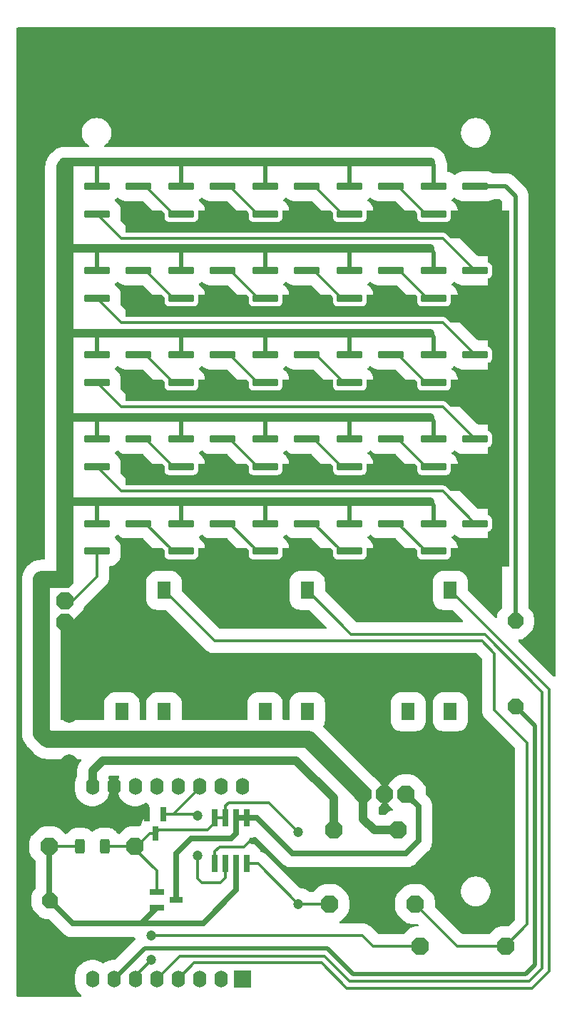
<source format=gbr>
%TF.GenerationSoftware,KiCad,Pcbnew,7.0.7*%
%TF.CreationDate,2023-09-08T08:11:20+02:00*%
%TF.ProjectId,D1Mini_Wuerfel_aktuell,44314d69-6e69-45f5-9775-657266656c5f,rev?*%
%TF.SameCoordinates,Original*%
%TF.FileFunction,Copper,L1,Top*%
%TF.FilePolarity,Positive*%
%FSLAX46Y46*%
G04 Gerber Fmt 4.6, Leading zero omitted, Abs format (unit mm)*
G04 Created by KiCad (PCBNEW 7.0.7) date 2023-09-08 08:11:20*
%MOMM*%
%LPD*%
G01*
G04 APERTURE LIST*
G04 Aperture macros list*
%AMRoundRect*
0 Rectangle with rounded corners*
0 $1 Rounding radius*
0 $2 $3 $4 $5 $6 $7 $8 $9 X,Y pos of 4 corners*
0 Add a 4 corners polygon primitive as box body*
4,1,4,$2,$3,$4,$5,$6,$7,$8,$9,$2,$3,0*
0 Add four circle primitives for the rounded corners*
1,1,$1+$1,$2,$3*
1,1,$1+$1,$4,$5*
1,1,$1+$1,$6,$7*
1,1,$1+$1,$8,$9*
0 Add four rect primitives between the rounded corners*
20,1,$1+$1,$2,$3,$4,$5,0*
20,1,$1+$1,$4,$5,$6,$7,0*
20,1,$1+$1,$6,$7,$8,$9,0*
20,1,$1+$1,$8,$9,$2,$3,0*%
%AMOutline5P*
0 Free polygon, 5 corners , with rotation*
0 The origin of the aperture is its center*
0 number of corners: always 5*
0 $1 to $10 corner X, Y*
0 $11 Rotation angle, in degrees counterclockwise*
0 create outline with 5 corners*
4,1,5,$1,$2,$3,$4,$5,$6,$7,$8,$9,$10,$1,$2,$11*%
%AMOutline6P*
0 Free polygon, 6 corners , with rotation*
0 The origin of the aperture is its center*
0 number of corners: always 6*
0 $1 to $12 corner X, Y*
0 $13 Rotation angle, in degrees counterclockwise*
0 create outline with 6 corners*
4,1,6,$1,$2,$3,$4,$5,$6,$7,$8,$9,$10,$11,$12,$1,$2,$13*%
%AMOutline7P*
0 Free polygon, 7 corners , with rotation*
0 The origin of the aperture is its center*
0 number of corners: always 7*
0 $1 to $14 corner X, Y*
0 $15 Rotation angle, in degrees counterclockwise*
0 create outline with 7 corners*
4,1,7,$1,$2,$3,$4,$5,$6,$7,$8,$9,$10,$11,$12,$13,$14,$1,$2,$15*%
%AMOutline8P*
0 Free polygon, 8 corners , with rotation*
0 The origin of the aperture is its center*
0 number of corners: always 8*
0 $1 to $16 corner X, Y*
0 $17 Rotation angle, in degrees counterclockwise*
0 create outline with 8 corners*
4,1,8,$1,$2,$3,$4,$5,$6,$7,$8,$9,$10,$11,$12,$13,$14,$15,$16,$1,$2,$17*%
G04 Aperture macros list end*
%TA.AperFunction,SMDPad,CuDef*%
%ADD10RoundRect,0.090000X-1.410000X-0.360000X1.410000X-0.360000X1.410000X0.360000X-1.410000X0.360000X0*%
%TD*%
%TA.AperFunction,SMDPad,CuDef*%
%ADD11R,1.600000X2.000000*%
%TD*%
%TA.AperFunction,SMDPad,CuDef*%
%ADD12RoundRect,0.250000X-0.312500X-0.625000X0.312500X-0.625000X0.312500X0.625000X-0.312500X0.625000X0*%
%TD*%
%TA.AperFunction,SMDPad,CuDef*%
%ADD13R,0.750000X1.750000*%
%TD*%
%TA.AperFunction,SMDPad,CuDef*%
%ADD14R,1.750000X0.800000*%
%TD*%
%TA.AperFunction,SMDPad,CuDef*%
%ADD15R,1.500000X0.800000*%
%TD*%
%TA.AperFunction,SMDPad,CuDef*%
%ADD16R,0.700000X2.100000*%
%TD*%
%TA.AperFunction,ComponentPad*%
%ADD17Outline8P,-1.050000X0.434924X-0.434924X1.050000X0.434924X1.050000X1.050000X0.434924X1.050000X-0.434924X0.434924X-1.050000X-0.434924X-1.050000X-1.050000X-0.434924X180.000000*%
%TD*%
%TA.AperFunction,ComponentPad*%
%ADD18Outline8P,-1.050000X0.434924X-0.434924X1.050000X0.434924X1.050000X1.050000X0.434924X1.050000X-0.434924X0.434924X-1.050000X-0.434924X-1.050000X-1.050000X-0.434924X0.000000*%
%TD*%
%TA.AperFunction,ComponentPad*%
%ADD19Outline8P,-0.900000X0.372792X-0.372792X0.900000X0.372792X0.900000X0.900000X0.372792X0.900000X-0.372792X0.372792X-0.900000X-0.372792X-0.900000X-0.900000X-0.372792X270.000000*%
%TD*%
%TA.AperFunction,ComponentPad*%
%ADD20Outline8P,-0.900000X0.372792X-0.372792X0.900000X0.372792X0.900000X0.900000X0.372792X0.900000X-0.372792X0.372792X-0.900000X-0.372792X-0.900000X-0.900000X-0.372792X90.000000*%
%TD*%
%TA.AperFunction,ComponentPad*%
%ADD21Outline8P,-1.050000X0.434924X-0.434924X1.050000X0.434924X1.050000X1.050000X0.434924X1.050000X-0.434924X0.434924X-1.050000X-0.434924X-1.050000X-1.050000X-0.434924X270.000000*%
%TD*%
%TA.AperFunction,ComponentPad*%
%ADD22R,2.000000X2.000000*%
%TD*%
%TA.AperFunction,ComponentPad*%
%ADD23O,1.600000X2.000000*%
%TD*%
%TA.AperFunction,ViaPad*%
%ADD24C,2.000000*%
%TD*%
%TA.AperFunction,ViaPad*%
%ADD25C,1.200000*%
%TD*%
%TA.AperFunction,Conductor*%
%ADD26C,0.300000*%
%TD*%
%TA.AperFunction,Conductor*%
%ADD27C,0.700000*%
%TD*%
%TA.AperFunction,Conductor*%
%ADD28C,0.500000*%
%TD*%
%TA.AperFunction,Conductor*%
%ADD29C,1.000000*%
%TD*%
%TA.AperFunction,Conductor*%
%ADD30C,2.000000*%
%TD*%
G04 APERTURE END LIST*
D10*
%TO.P,D15,1,VDD*%
%TO.N,+5V*%
X150840000Y-78850000D03*
%TO.P,D15,2,DOUT*%
%TO.N,Net-(D14-DIN)*%
X150840000Y-82150000D03*
%TO.P,D15,3,VSS*%
%TO.N,GND*%
X155740000Y-82150000D03*
%TO.P,D15,4,DIN*%
%TO.N,Net-(D15-DIN)*%
X155740000Y-78850000D03*
%TD*%
%TO.P,D18,1,VDD*%
%TO.N,+5V*%
X130840000Y-88850000D03*
%TO.P,D18,2,DOUT*%
%TO.N,Net-(D17-DIN)*%
X130840000Y-92150000D03*
%TO.P,D18,3,VSS*%
%TO.N,GND*%
X135740000Y-92150000D03*
%TO.P,D18,4,DIN*%
%TO.N,Net-(D18-DIN)*%
X135740000Y-88850000D03*
%TD*%
D11*
%TO.P,S1,1,1*%
%TO.N,GND*%
X113790000Y-106800000D03*
%TO.P,S1,2,2*%
%TO.N,Net-(D27-Pad2)*%
X118790000Y-106800000D03*
%TO.P,S1,3*%
%TO.N,N/C*%
X113790000Y-121200000D03*
%TO.P,S1,NC*%
X118790000Y-121200000D03*
%TD*%
D10*
%TO.P,D3,1,VDD*%
%TO.N,+5V*%
X130840000Y-58850000D03*
%TO.P,D3,2,DOUT*%
%TO.N,Net-(D2-DIN)*%
X130840000Y-62150000D03*
%TO.P,D3,3,VSS*%
%TO.N,GND*%
X135740000Y-62150000D03*
%TO.P,D3,4,DIN*%
%TO.N,Net-(D3-DIN)*%
X135740000Y-58850000D03*
%TD*%
%TO.P,D19,1,VDD*%
%TO.N,+5V*%
X140840000Y-88850000D03*
%TO.P,D19,2,DOUT*%
%TO.N,Net-(D18-DIN)*%
X140840000Y-92150000D03*
%TO.P,D19,3,VSS*%
%TO.N,GND*%
X145740000Y-92150000D03*
%TO.P,D19,4,DIN*%
%TO.N,Net-(D19-DIN)*%
X145740000Y-88850000D03*
%TD*%
%TO.P,D16,1,VDD*%
%TO.N,+5V*%
X110840000Y-88850000D03*
%TO.P,D16,2,DOUT*%
%TO.N,Net-(D16-DOUT)*%
X110840000Y-92150000D03*
%TO.P,D16,3,VSS*%
%TO.N,GND*%
X115740000Y-92150000D03*
%TO.P,D16,4,DIN*%
%TO.N,Net-(D16-DIN)*%
X115740000Y-88850000D03*
%TD*%
D12*
%TO.P,R1_SMT1,1*%
%TO.N,+9V*%
X108825000Y-137160000D03*
%TO.P,R1_SMT1,2*%
%TO.N,XFET*%
X111750000Y-137160000D03*
%TD*%
D10*
%TO.P,D14,1,VDD*%
%TO.N,+5V*%
X140840000Y-78850000D03*
%TO.P,D14,2,DOUT*%
%TO.N,Net-(D13-DIN)*%
X140840000Y-82150000D03*
%TO.P,D14,3,VSS*%
%TO.N,GND*%
X145740000Y-82150000D03*
%TO.P,D14,4,DIN*%
%TO.N,Net-(D14-DIN)*%
X145740000Y-78850000D03*
%TD*%
%TO.P,D2,1,VDD*%
%TO.N,+5V*%
X120840000Y-58850000D03*
%TO.P,D2,2,DOUT*%
%TO.N,Net-(D1-DIN)*%
X120840000Y-62150000D03*
%TO.P,D2,3,VSS*%
%TO.N,GND*%
X125740000Y-62150000D03*
%TO.P,D2,4,DIN*%
%TO.N,Net-(D2-DIN)*%
X125740000Y-58850000D03*
%TD*%
D13*
%TO.P,T2,1,1*%
%TO.N,D1*%
X118700000Y-133350000D03*
%TO.P,T2,2,2*%
%TO.N,GND*%
X116800000Y-133350000D03*
%TO.P,T2,3,3*%
%TO.N,XFET*%
X117750000Y-135650000D03*
%TD*%
D10*
%TO.P,D24,1,VDD*%
%TO.N,+5V*%
X140840000Y-98850000D03*
%TO.P,D24,2,DOUT*%
%TO.N,Net-(D23-DIN)*%
X140840000Y-102150000D03*
%TO.P,D24,3,VSS*%
%TO.N,GND*%
X145740000Y-102150000D03*
%TO.P,D24,4,DIN*%
%TO.N,Net-(D24-DIN)*%
X145740000Y-98850000D03*
%TD*%
%TO.P,D25,1,VDD*%
%TO.N,+5V*%
X150840000Y-98850000D03*
%TO.P,D25,2,DOUT*%
%TO.N,Net-(D24-DIN)*%
X150840000Y-102150000D03*
%TO.P,D25,3,VSS*%
%TO.N,GND*%
X155740000Y-102150000D03*
%TO.P,D25,4,DIN*%
%TO.N,Net-(D16-DOUT)*%
X155740000Y-98850000D03*
%TD*%
%TO.P,D20,1,VDD*%
%TO.N,+5V*%
X150840000Y-88850000D03*
%TO.P,D20,2,DOUT*%
%TO.N,Net-(D19-DIN)*%
X150840000Y-92150000D03*
%TO.P,D20,3,VSS*%
%TO.N,GND*%
X155740000Y-92150000D03*
%TO.P,D20,4,DIN*%
%TO.N,Net-(D11-DOUT)*%
X155740000Y-88850000D03*
%TD*%
%TO.P,D11,1,VDD*%
%TO.N,+5V*%
X110840000Y-78850000D03*
%TO.P,D11,2,DOUT*%
%TO.N,Net-(D11-DOUT)*%
X110840000Y-82150000D03*
%TO.P,D11,3,VSS*%
%TO.N,GND*%
X115740000Y-82150000D03*
%TO.P,D11,4,DIN*%
%TO.N,Net-(D11-DIN)*%
X115740000Y-78850000D03*
%TD*%
D11*
%TO.P,S3,1,1*%
%TO.N,GND*%
X147790000Y-106800000D03*
%TO.P,S3,2,2*%
%TO.N,/D5*%
X152790000Y-106800000D03*
%TO.P,S3,3*%
%TO.N,N/C*%
X147790000Y-121200000D03*
%TO.P,S3,NC*%
X152790000Y-121200000D03*
%TD*%
D10*
%TO.P,D21,1,VDD*%
%TO.N,+5V*%
X110840000Y-98850000D03*
%TO.P,D21,2,DOUT*%
%TO.N,Net-(D21-DOUT)*%
X110840000Y-102150000D03*
%TO.P,D21,3,VSS*%
%TO.N,GND*%
X115740000Y-102150000D03*
%TO.P,D21,4,DIN*%
%TO.N,Net-(D21-DIN)*%
X115740000Y-98850000D03*
%TD*%
%TO.P,D12,1,VDD*%
%TO.N,+5V*%
X120840000Y-78850000D03*
%TO.P,D12,2,DOUT*%
%TO.N,Net-(D11-DIN)*%
X120840000Y-82150000D03*
%TO.P,D12,3,VSS*%
%TO.N,GND*%
X125740000Y-82150000D03*
%TO.P,D12,4,DIN*%
%TO.N,Net-(D12-DIN)*%
X125740000Y-78850000D03*
%TD*%
%TO.P,D6,1,VDD*%
%TO.N,+5V*%
X110840000Y-68850000D03*
%TO.P,D6,2,DOUT*%
%TO.N,Net-(D15-DIN)*%
X110840000Y-72150000D03*
%TO.P,D6,3,VSS*%
%TO.N,GND*%
X115740000Y-72150000D03*
%TO.P,D6,4,DIN*%
%TO.N,Net-(D6-DIN)*%
X115740000Y-68850000D03*
%TD*%
%TO.P,D13,1,VDD*%
%TO.N,+5V*%
X130840000Y-78850000D03*
%TO.P,D13,2,DOUT*%
%TO.N,Net-(D12-DIN)*%
X130840000Y-82150000D03*
%TO.P,D13,3,VSS*%
%TO.N,GND*%
X135740000Y-82150000D03*
%TO.P,D13,4,DIN*%
%TO.N,Net-(D13-DIN)*%
X135740000Y-78850000D03*
%TD*%
%TO.P,D10,1,VDD*%
%TO.N,+5V*%
X150840000Y-68850000D03*
%TO.P,D10,2,DOUT*%
%TO.N,Net-(D10-DOUT)*%
X150840000Y-72150000D03*
%TO.P,D10,3,VSS*%
%TO.N,GND*%
X155740000Y-72150000D03*
%TO.P,D10,4,DIN*%
%TO.N,Net-(D1-DOUT)*%
X155740000Y-68850000D03*
%TD*%
%TO.P,D7,1,VDD*%
%TO.N,+5V*%
X120840000Y-68850000D03*
%TO.P,D7,2,DOUT*%
%TO.N,Net-(D6-DIN)*%
X120840000Y-72150000D03*
%TO.P,D7,3,VSS*%
%TO.N,GND*%
X125740000Y-72150000D03*
%TO.P,D7,4,DIN*%
%TO.N,Net-(D7-DIN)*%
X125740000Y-68850000D03*
%TD*%
%TO.P,D4,1,VDD*%
%TO.N,+5V*%
X140840000Y-58850000D03*
%TO.P,D4,2,DOUT*%
%TO.N,Net-(D3-DIN)*%
X140840000Y-62150000D03*
%TO.P,D4,3,VSS*%
%TO.N,GND*%
X145740000Y-62150000D03*
%TO.P,D4,4,DIN*%
%TO.N,Net-(D4-DIN)*%
X145740000Y-58850000D03*
%TD*%
%TO.P,D9,1,VDD*%
%TO.N,+5V*%
X140840000Y-68850000D03*
%TO.P,D9,2,DOUT*%
%TO.N,Net-(D8-DIN)*%
X140840000Y-72150000D03*
%TO.P,D9,3,VSS*%
%TO.N,GND*%
X145740000Y-72150000D03*
%TO.P,D9,4,DIN*%
%TO.N,Net-(D10-DOUT)*%
X145740000Y-68850000D03*
%TD*%
%TO.P,D1,1,VDD*%
%TO.N,+5V*%
X110840000Y-58850000D03*
%TO.P,D1,2,DOUT*%
%TO.N,Net-(D1-DOUT)*%
X110840000Y-62150000D03*
%TO.P,D1,3,VSS*%
%TO.N,GND*%
X115740000Y-62150000D03*
%TO.P,D1,4,DIN*%
%TO.N,Net-(D1-DIN)*%
X115740000Y-58850000D03*
%TD*%
%TO.P,D23,1,VDD*%
%TO.N,+5V*%
X130840000Y-98850000D03*
%TO.P,D23,2,DOUT*%
%TO.N,Net-(D22-DIN)*%
X130840000Y-102150000D03*
%TO.P,D23,3,VSS*%
%TO.N,GND*%
X135740000Y-102150000D03*
%TO.P,D23,4,DIN*%
%TO.N,Net-(D23-DIN)*%
X135740000Y-98850000D03*
%TD*%
%TO.P,D5,1,VDD*%
%TO.N,+5V*%
X150840000Y-58850000D03*
%TO.P,D5,2,DOUT*%
%TO.N,Net-(D4-DIN)*%
X150840000Y-62150000D03*
%TO.P,D5,3,VSS*%
%TO.N,GND*%
X155740000Y-62150000D03*
%TO.P,D5,4,DIN*%
%TO.N,Net-(D5-DIN)*%
X155740000Y-58850000D03*
%TD*%
%TO.P,D8,1,VDD*%
%TO.N,+5V*%
X130840000Y-68850000D03*
%TO.P,D8,2,DOUT*%
%TO.N,Net-(D7-DIN)*%
X130840000Y-72150000D03*
%TO.P,D8,3,VSS*%
%TO.N,GND*%
X135740000Y-72150000D03*
%TO.P,D8,4,DIN*%
%TO.N,Net-(D8-DIN)*%
X135740000Y-68850000D03*
%TD*%
D14*
%TO.P,T3,1,1*%
%TO.N,XFET*%
X117950000Y-142550000D03*
%TO.P,T3,2,2*%
%TO.N,+9V*%
X117950000Y-144450000D03*
D15*
%TO.P,T3,3,3*%
%TO.N,U2_VIN*%
X120250000Y-143500000D03*
%TD*%
D16*
%TO.P,T1,1,1*%
%TO.N,GND*%
X124845000Y-139200000D03*
%TO.P,T1,2,2*%
%TO.N,D1*%
X126115000Y-139200000D03*
%TO.P,T1,3,3*%
%TO.N,+9V*%
X127385000Y-139200000D03*
%TO.P,T1,4,4*%
%TO.N,XFET*%
X128655000Y-139200000D03*
%TO.P,T1,5,5*%
%TO.N,U2_VIN*%
X128655000Y-133800000D03*
%TO.P,T1,6,6*%
X127385000Y-133800000D03*
%TO.P,T1,7,7*%
%TO.N,XFET*%
X126115000Y-133800000D03*
%TO.P,T1,8,8*%
X124845000Y-133800000D03*
%TD*%
D10*
%TO.P,D22,1,VDD*%
%TO.N,+5V*%
X120840000Y-98850000D03*
%TO.P,D22,2,DOUT*%
%TO.N,Net-(D21-DIN)*%
X120840000Y-102150000D03*
%TO.P,D22,3,VSS*%
%TO.N,GND*%
X125740000Y-102150000D03*
%TO.P,D22,4,DIN*%
%TO.N,Net-(D22-DIN)*%
X125740000Y-98850000D03*
%TD*%
D11*
%TO.P,S2,1,1*%
%TO.N,GND*%
X130790000Y-106800000D03*
%TO.P,S2,2,2*%
%TO.N,/D6*%
X135790000Y-106800000D03*
%TO.P,S2,3*%
%TO.N,N/C*%
X130790000Y-121200000D03*
%TO.P,S2,NC*%
X135790000Y-121200000D03*
%TD*%
D10*
%TO.P,D17,1,VDD*%
%TO.N,+5V*%
X120840000Y-88850000D03*
%TO.P,D17,2,DOUT*%
%TO.N,Net-(D16-DIN)*%
X120840000Y-92150000D03*
%TO.P,D17,3,VSS*%
%TO.N,GND*%
X125740000Y-92150000D03*
%TO.P,D17,4,DIN*%
%TO.N,Net-(D17-DIN)*%
X125740000Y-88850000D03*
%TD*%
D17*
%TO.P,U2,1,+VIN*%
%TO.N,U2_VIN*%
X147540000Y-131000000D03*
%TO.P,U2,2,GND*%
%TO.N,GND*%
X145000000Y-131000000D03*
%TO.P,U2,3,+VOUT*%
%TO.N,+5V*%
X142460000Y-131000000D03*
%TD*%
%TO.P,D26,1,1*%
%TO.N,+5V*%
X146560000Y-135250000D03*
%TO.P,D26,2,2*%
%TO.N,+5VD*%
X138940000Y-135250000D03*
%TD*%
D18*
%TO.P,D28,1,1*%
%TO.N,/D7*%
X149170000Y-149000000D03*
%TO.P,D28,2,2*%
%TO.N,Net-(D27-Pad2)*%
X159330000Y-149000000D03*
%TD*%
D19*
%TO.P,BAT1,1,1*%
%TO.N,+9V*%
X105250000Y-143580000D03*
%TO.P,BAT1,2,2*%
%TO.N,GND*%
X105250000Y-133420000D03*
%TD*%
D20*
%TO.P,R2,1,1*%
%TO.N,/D8*%
X160500000Y-120580000D03*
%TO.P,R2,2,2*%
%TO.N,Net-(D5-DIN)*%
X160500000Y-110420000D03*
%TD*%
D18*
%TO.P,R1_THT1,1,1*%
%TO.N,+9V*%
X105170000Y-137160000D03*
%TO.P,R1_THT1,2,2*%
%TO.N,XFET*%
X115330000Y-137160000D03*
%TD*%
%TO.P,D27,1,1*%
%TO.N,XFET*%
X138420000Y-144000000D03*
%TO.P,D27,2,2*%
%TO.N,Net-(D27-Pad2)*%
X148580000Y-144000000D03*
%TD*%
D21*
%TO.P,K1,1,1*%
%TO.N,+5V*%
X107000000Y-105460000D03*
%TO.P,K1,2,2*%
%TO.N,Net-(D21-DOUT)*%
X107000000Y-108000000D03*
%TO.P,K1,3,3*%
%TO.N,GND*%
X107000000Y-110540000D03*
%TD*%
D22*
%TO.P,U1,1,~{RST}*%
%TO.N,unconnected-(U1-~{RST}-Pad1)*%
X128070000Y-152945000D03*
D23*
%TO.P,U1,2,A0*%
%TO.N,unconnected-(U1-A0-Pad2)*%
X125530000Y-152945000D03*
%TO.P,U1,3,D0*%
%TO.N,unconnected-(U1-D0-Pad3)*%
X122990000Y-152945000D03*
%TO.P,U1,4,SCK/D5*%
%TO.N,/D5*%
X120450000Y-152945000D03*
%TO.P,U1,5,MISO/D6*%
%TO.N,/D6*%
X117910000Y-152945000D03*
%TO.P,U1,6,MOSI/D7*%
%TO.N,/D7*%
X115370000Y-152945000D03*
%TO.P,U1,7,CS/D8*%
%TO.N,/D8*%
X112830000Y-152945000D03*
%TO.P,U1,8,3V3*%
%TO.N,unconnected-(U1-3V3-Pad8)*%
X110290000Y-152945000D03*
%TO.P,U1,9,5V*%
%TO.N,+5VD*%
X110290000Y-130085000D03*
%TO.P,U1,10,GND*%
%TO.N,GND*%
X112830000Y-130085000D03*
%TO.P,U1,11,D4*%
%TO.N,unconnected-(U1-D4-Pad11)*%
X115370000Y-130085000D03*
%TO.P,U1,12,D3*%
%TO.N,unconnected-(U1-D3-Pad12)*%
X117910000Y-130085000D03*
%TO.P,U1,13,SDA/D2*%
%TO.N,unconnected-(U1-SDA{slash}D2-Pad13)*%
X120450000Y-130085000D03*
%TO.P,U1,14,SCL/D1*%
%TO.N,D1*%
X122990000Y-130085000D03*
%TO.P,U1,15,RX*%
%TO.N,unconnected-(U1-RX-Pad15)*%
X125530000Y-130085000D03*
%TO.P,U1,16,TX*%
%TO.N,unconnected-(U1-TX-Pad16)*%
X128070000Y-130085000D03*
%TD*%
D24*
%TO.N,GND*%
X107500000Y-127250000D03*
X107500000Y-121500000D03*
D25*
%TO.N,XFET*%
X134750000Y-135500000D03*
X134750000Y-144000000D03*
%TO.N,/D7*%
X117250000Y-150649500D03*
X117250000Y-147750000D03*
%TO.N,D1*%
X122750000Y-138250000D03*
X122750000Y-133500000D03*
%TD*%
D26*
%TO.N,XFET*%
X115570000Y-137160000D02*
X115330000Y-137160000D01*
X117080000Y-135650000D02*
X115570000Y-137160000D01*
X117750000Y-135650000D02*
X117080000Y-135650000D01*
X117950000Y-140080000D02*
X117950000Y-142550000D01*
X115330000Y-137460000D02*
X117950000Y-140080000D01*
X115330000Y-137160000D02*
X115330000Y-137460000D01*
%TO.N,GND*%
X124845000Y-137770000D02*
X125365000Y-137250000D01*
X128250000Y-137250000D02*
X128750000Y-136750000D01*
X125365000Y-137250000D02*
X128250000Y-137250000D01*
X124845000Y-139200000D02*
X124845000Y-137770000D01*
D27*
%TO.N,+9V*%
X127385000Y-142365000D02*
X127385000Y-139200000D01*
X105170000Y-138000000D02*
X105170000Y-143500000D01*
X123450000Y-146300000D02*
X127385000Y-142365000D01*
X116100000Y-146300000D02*
X117950000Y-144450000D01*
X107970000Y-146300000D02*
X116100000Y-146300000D01*
D26*
X105170000Y-137160000D02*
X108825000Y-137160000D01*
D27*
X105170000Y-143500000D02*
X105250000Y-143580000D01*
X105250000Y-143580000D02*
X107970000Y-146300000D01*
X116100000Y-146300000D02*
X123450000Y-146300000D01*
D28*
%TO.N,+5V*%
X110840000Y-86410000D02*
X111000000Y-86250000D01*
D29*
X107000000Y-66250000D02*
X110900000Y-66250000D01*
D28*
X110840000Y-66310000D02*
X110900000Y-66250000D01*
D29*
X120700000Y-56000000D02*
X110800000Y-56000000D01*
D30*
X104250000Y-105500000D02*
X104250000Y-123750000D01*
D28*
X110800000Y-86250000D02*
X110840000Y-86290000D01*
D29*
X110900000Y-66250000D02*
X120900000Y-66250000D01*
X143750000Y-135250000D02*
X142460000Y-133960000D01*
X130800000Y-56000000D02*
X140800000Y-56000000D01*
D28*
X140840000Y-78850000D02*
X140840000Y-76510000D01*
X150840000Y-56340000D02*
X150500000Y-56000000D01*
X130840000Y-96410000D02*
X131000000Y-96250000D01*
X120840000Y-96290000D02*
X120800000Y-96250000D01*
X110840000Y-58850000D02*
X110840000Y-56040000D01*
D29*
X107000000Y-96250000D02*
X111100000Y-96250000D01*
D30*
X107000000Y-105460000D02*
X104290000Y-105460000D01*
D29*
X146560000Y-135250000D02*
X143750000Y-135250000D01*
X141100000Y-76250000D02*
X150375000Y-76250000D01*
D28*
X140840000Y-98850000D02*
X140840000Y-96290000D01*
X150840000Y-96715000D02*
X150375000Y-96250000D01*
X140840000Y-86310000D02*
X140900000Y-86250000D01*
D29*
X107000000Y-76250000D02*
X111000000Y-76250000D01*
D30*
X104290000Y-105460000D02*
X104250000Y-105500000D01*
D28*
X130840000Y-98850000D02*
X130840000Y-96410000D01*
D29*
X120700000Y-56000000D02*
X130800000Y-56000000D01*
D28*
X140840000Y-96290000D02*
X140800000Y-96250000D01*
X120840000Y-58850000D02*
X120840000Y-56140000D01*
D29*
X140800000Y-96250000D02*
X150375000Y-96250000D01*
D28*
X130840000Y-56040000D02*
X130800000Y-56000000D01*
X140840000Y-68850000D02*
X140840000Y-66310000D01*
X130840000Y-66410000D02*
X131000000Y-66250000D01*
D29*
X121000000Y-86250000D02*
X131000000Y-86250000D01*
D28*
X150840000Y-66715000D02*
X150375000Y-66250000D01*
X110840000Y-98850000D02*
X110840000Y-96510000D01*
X107000000Y-86250000D02*
X110800000Y-86250000D01*
X110840000Y-68850000D02*
X110840000Y-66310000D01*
X130840000Y-76610000D02*
X131200000Y-76250000D01*
X150840000Y-76715000D02*
X150375000Y-76250000D01*
X130840000Y-88850000D02*
X130840000Y-86410000D01*
X140840000Y-66310000D02*
X140900000Y-66250000D01*
X120840000Y-78850000D02*
X120840000Y-76510000D01*
D29*
X111000000Y-76250000D02*
X121100000Y-76250000D01*
D28*
X130840000Y-78850000D02*
X130840000Y-76610000D01*
D29*
X142460000Y-133960000D02*
X142460000Y-131000000D01*
X140900000Y-86250000D02*
X150375000Y-86250000D01*
X110800000Y-56000000D02*
X106900000Y-56000000D01*
D28*
X110840000Y-96510000D02*
X111100000Y-96250000D01*
X120840000Y-56140000D02*
X120700000Y-56000000D01*
X130840000Y-68850000D02*
X130840000Y-66410000D01*
X120840000Y-76510000D02*
X121100000Y-76250000D01*
X150840000Y-78850000D02*
X150840000Y-76715000D01*
D29*
X120900000Y-66250000D02*
X131000000Y-66250000D01*
D28*
X150840000Y-86715000D02*
X150375000Y-86250000D01*
X150840000Y-88850000D02*
X150840000Y-86715000D01*
D29*
X121100000Y-76250000D02*
X131200000Y-76250000D01*
X131200000Y-76250000D02*
X141100000Y-76250000D01*
D28*
X140840000Y-88850000D02*
X140840000Y-86310000D01*
X140840000Y-58850000D02*
X140840000Y-56040000D01*
D29*
X131000000Y-96250000D02*
X140800000Y-96250000D01*
D30*
X104250000Y-123750000D02*
X105000000Y-124500000D01*
D28*
X120840000Y-66310000D02*
X120900000Y-66250000D01*
D29*
X107000000Y-86250000D02*
X111000000Y-86250000D01*
D28*
X140840000Y-56040000D02*
X140800000Y-56000000D01*
D29*
X140800000Y-56000000D02*
X150500000Y-56000000D01*
D28*
X110840000Y-56040000D02*
X110800000Y-56000000D01*
X120840000Y-88850000D02*
X120840000Y-86410000D01*
D29*
X131000000Y-86250000D02*
X140900000Y-86250000D01*
D28*
X150840000Y-58850000D02*
X150840000Y-56340000D01*
X110840000Y-88850000D02*
X110840000Y-86410000D01*
X110840000Y-76410000D02*
X111000000Y-76250000D01*
X140840000Y-76510000D02*
X141100000Y-76250000D01*
X110840000Y-78850000D02*
X110840000Y-76410000D01*
D29*
X140900000Y-66250000D02*
X150375000Y-66250000D01*
D28*
X130840000Y-58850000D02*
X130840000Y-56040000D01*
X150840000Y-98850000D02*
X150840000Y-96715000D01*
D29*
X111000000Y-86250000D02*
X121000000Y-86250000D01*
D28*
X120840000Y-98850000D02*
X120840000Y-96290000D01*
D30*
X105000000Y-124500000D02*
X135960000Y-124500000D01*
D29*
X111100000Y-96250000D02*
X120800000Y-96250000D01*
D28*
X150840000Y-68850000D02*
X150840000Y-66715000D01*
X120840000Y-68850000D02*
X120840000Y-66310000D01*
D30*
X135960000Y-124500000D02*
X142460000Y-131000000D01*
D28*
X130840000Y-86410000D02*
X131000000Y-86250000D01*
D29*
X131000000Y-66250000D02*
X140900000Y-66250000D01*
D30*
X107000000Y-105460000D02*
X107000000Y-56600000D01*
D28*
X120840000Y-86410000D02*
X121000000Y-86250000D01*
D29*
X120800000Y-96250000D02*
X131000000Y-96250000D01*
D26*
%TO.N,Net-(D1-DOUT)*%
X110840000Y-62150000D02*
X113690000Y-65000000D01*
X113690000Y-65000000D02*
X151890000Y-65000000D01*
X151890000Y-65000000D02*
X155740000Y-68850000D01*
%TO.N,Net-(D1-DIN)*%
X120840000Y-62150000D02*
X119900000Y-62150000D01*
X119900000Y-62150000D02*
X116600000Y-58850000D01*
X116600000Y-58850000D02*
X115740000Y-58850000D01*
%TO.N,Net-(D2-DIN)*%
X126600000Y-58850000D02*
X125740000Y-58850000D01*
X129900000Y-62150000D02*
X126600000Y-58850000D01*
X130840000Y-62150000D02*
X129900000Y-62150000D01*
%TO.N,Net-(D3-DIN)*%
X140840000Y-62150000D02*
X139947500Y-62150000D01*
X139947500Y-62150000D02*
X136647500Y-58850000D01*
X136647500Y-58850000D02*
X135740000Y-58850000D01*
%TO.N,Net-(D4-DIN)*%
X146600000Y-58850000D02*
X145740000Y-58850000D01*
X149900000Y-62150000D02*
X146600000Y-58850000D01*
X150840000Y-62150000D02*
X149900000Y-62150000D01*
D28*
%TO.N,Net-(D5-DIN)*%
X159350000Y-58850000D02*
X155740000Y-58850000D01*
X160500000Y-60000000D02*
X159350000Y-58850000D01*
X160500000Y-110420000D02*
X160500000Y-60000000D01*
D26*
%TO.N,Net-(D15-DIN)*%
X151890000Y-75000000D02*
X155740000Y-78850000D01*
X110840000Y-72150000D02*
X113690000Y-75000000D01*
X113690000Y-75000000D02*
X151890000Y-75000000D01*
%TO.N,Net-(D6-DIN)*%
X116600000Y-68850000D02*
X115740000Y-68850000D01*
X120840000Y-72150000D02*
X119900000Y-72150000D01*
X119900000Y-72150000D02*
X116600000Y-68850000D01*
%TO.N,Net-(D7-DIN)*%
X126647500Y-68850000D02*
X125740000Y-68850000D01*
X129947500Y-72150000D02*
X126647500Y-68850000D01*
X130840000Y-72150000D02*
X129947500Y-72150000D01*
%TO.N,Net-(D8-DIN)*%
X136600000Y-68850000D02*
X135740000Y-68850000D01*
X139900000Y-72150000D02*
X136600000Y-68850000D01*
X140840000Y-72150000D02*
X139900000Y-72150000D01*
%TO.N,Net-(D10-DOUT)*%
X146711250Y-68850000D02*
X145740000Y-68850000D01*
X150840000Y-72150000D02*
X150011250Y-72150000D01*
X150011250Y-72150000D02*
X146711250Y-68850000D01*
%TO.N,Net-(D11-DOUT)*%
X151890000Y-85000000D02*
X155740000Y-88850000D01*
X113690000Y-85000000D02*
X151890000Y-85000000D01*
X110840000Y-82150000D02*
X113690000Y-85000000D01*
%TO.N,Net-(D11-DIN)*%
X120840000Y-82150000D02*
X119900000Y-82150000D01*
X116600000Y-78850000D02*
X115740000Y-78850000D01*
X119900000Y-82150000D02*
X116600000Y-78850000D01*
%TO.N,Net-(D12-DIN)*%
X126600000Y-78850000D02*
X125740000Y-78850000D01*
X130840000Y-82150000D02*
X129900000Y-82150000D01*
X129900000Y-82150000D02*
X126600000Y-78850000D01*
%TO.N,Net-(D13-DIN)*%
X136850000Y-78850000D02*
X135740000Y-78850000D01*
X140840000Y-82150000D02*
X140150000Y-82150000D01*
X140150000Y-82150000D02*
X136850000Y-78850000D01*
%TO.N,Net-(D14-DIN)*%
X146850000Y-78850000D02*
X145740000Y-78850000D01*
X149900000Y-82150000D02*
X146600000Y-78850000D01*
X146600000Y-78850000D02*
X145740000Y-78850000D01*
X150840000Y-82150000D02*
X149900000Y-82150000D01*
%TO.N,Net-(D16-DOUT)*%
X151890000Y-95000000D02*
X155740000Y-98850000D01*
X110840000Y-92150000D02*
X113690000Y-95000000D01*
X113690000Y-95000000D02*
X151890000Y-95000000D01*
%TO.N,Net-(D16-DIN)*%
X119900000Y-92150000D02*
X116600000Y-88850000D01*
X116600000Y-88850000D02*
X115740000Y-88850000D01*
X120840000Y-92150000D02*
X119900000Y-92150000D01*
%TO.N,Net-(D17-DIN)*%
X130840000Y-92150000D02*
X129900000Y-92150000D01*
X129900000Y-92150000D02*
X126600000Y-88850000D01*
X126600000Y-88850000D02*
X125740000Y-88850000D01*
%TO.N,Net-(D18-DIN)*%
X136600000Y-88850000D02*
X135740000Y-88850000D01*
X140840000Y-92150000D02*
X139900000Y-92150000D01*
X139900000Y-92150000D02*
X136600000Y-88850000D01*
%TO.N,Net-(D19-DIN)*%
X150840000Y-92150000D02*
X149900000Y-92150000D01*
X149900000Y-92150000D02*
X146600000Y-88850000D01*
X146600000Y-88850000D02*
X145740000Y-88850000D01*
%TO.N,Net-(D21-DOUT)*%
X106290000Y-108000000D02*
X108000000Y-108000000D01*
X108000000Y-108000000D02*
X110840000Y-105160000D01*
X110840000Y-105160000D02*
X110840000Y-102150000D01*
%TO.N,Net-(D21-DIN)*%
X119900000Y-102150000D02*
X116600000Y-98850000D01*
X120840000Y-102150000D02*
X119900000Y-102150000D01*
X116600000Y-98850000D02*
X115740000Y-98850000D01*
%TO.N,Net-(D22-DIN)*%
X129900000Y-102150000D02*
X126600000Y-98850000D01*
X130840000Y-102150000D02*
X129900000Y-102150000D01*
X126600000Y-98850000D02*
X125740000Y-98850000D01*
%TO.N,Net-(D23-DIN)*%
X140840000Y-102150000D02*
X139900000Y-102150000D01*
X136600000Y-98850000D02*
X135740000Y-98850000D01*
X139900000Y-102150000D02*
X136600000Y-98850000D01*
%TO.N,Net-(D24-DIN)*%
X149900000Y-102150000D02*
X146600000Y-98850000D01*
X150840000Y-102150000D02*
X149900000Y-102150000D01*
X146600000Y-98850000D02*
X145740000Y-98850000D01*
D29*
%TO.N,+5VD*%
X111500000Y-127000000D02*
X110290000Y-128210000D01*
X110290000Y-128210000D02*
X110290000Y-130085000D01*
X134500000Y-127000000D02*
X111500000Y-127000000D01*
X134500000Y-127000000D02*
X138940000Y-131440000D01*
X138940000Y-131440000D02*
X138940000Y-135250000D01*
D26*
%TO.N,XFET*%
X126115000Y-133800000D02*
X126115000Y-132370000D01*
X111750000Y-137160000D02*
X115330000Y-137160000D01*
X129950000Y-139200000D02*
X128655000Y-139200000D01*
X138420000Y-144000000D02*
X134750000Y-144000000D01*
X117750000Y-135650000D02*
X118150000Y-135250000D01*
X124000000Y-135250000D02*
X124845000Y-134405000D01*
X134750000Y-144000000D02*
X129950000Y-139200000D01*
X124845000Y-134405000D02*
X124845000Y-133800000D01*
X131250000Y-132000000D02*
X134750000Y-135500000D01*
X124845000Y-133800000D02*
X126115000Y-133800000D01*
X126485000Y-132000000D02*
X131250000Y-132000000D01*
X126115000Y-132370000D02*
X126485000Y-132000000D01*
X118150000Y-135250000D02*
X124000000Y-135250000D01*
%TO.N,Net-(D27-Pad2)*%
X158000000Y-114272740D02*
X158000000Y-121000000D01*
X124790000Y-112800000D02*
X156527260Y-112800000D01*
X161900000Y-124900000D02*
X161900000Y-146430000D01*
X156527260Y-112800000D02*
X158000000Y-114272740D01*
X153580000Y-149000000D02*
X159330000Y-149000000D01*
X148580000Y-144000000D02*
X153580000Y-149000000D01*
X158000000Y-121000000D02*
X161900000Y-124900000D01*
X161900000Y-146430000D02*
X159330000Y-149000000D01*
X118790000Y-106800000D02*
X124790000Y-112800000D01*
%TO.N,/D7*%
X143600000Y-149000000D02*
X149170000Y-149000000D01*
X117250000Y-147750000D02*
X142350000Y-147750000D01*
X142350000Y-147750000D02*
X143600000Y-149000000D01*
X115370000Y-152529500D02*
X115370000Y-152945000D01*
X117250000Y-150649500D02*
X115370000Y-152529500D01*
D28*
%TO.N,/D8*%
X116475000Y-149300000D02*
X112830000Y-152945000D01*
X162800000Y-122880000D02*
X162800000Y-151200000D01*
X161700000Y-152300000D02*
X141204162Y-152300000D01*
X160500000Y-120580000D02*
X162800000Y-122880000D01*
X162800000Y-151200000D02*
X161700000Y-152300000D01*
X138204163Y-149300000D02*
X116475000Y-149300000D01*
X141204162Y-152300000D02*
X138204163Y-149300000D01*
D26*
%TO.N,/D6*%
X141000000Y-112000000D02*
X156858630Y-112000000D01*
X162168630Y-153200000D02*
X140831370Y-153200000D01*
X120655000Y-150200000D02*
X117910000Y-152945000D01*
X140831370Y-153200000D02*
X137831371Y-150200000D01*
X163700000Y-151668630D02*
X162168630Y-153200000D01*
X137831371Y-150200000D02*
X120655000Y-150200000D01*
X135800000Y-106800000D02*
X141000000Y-112000000D01*
X163700000Y-118841370D02*
X163700000Y-151668630D01*
X156858630Y-112000000D02*
X163700000Y-118841370D01*
X135790000Y-106800000D02*
X135800000Y-106800000D01*
%TO.N,/D5*%
X164500000Y-118510000D02*
X164500000Y-152000000D01*
X164500000Y-152000000D02*
X162500000Y-154000000D01*
X152790000Y-106800000D02*
X164500000Y-118510000D01*
X140500000Y-154000000D02*
X137500000Y-151000000D01*
X137500000Y-151000000D02*
X122395000Y-151000000D01*
X122395000Y-151000000D02*
X120450000Y-152945000D01*
X162500000Y-154000000D02*
X140500000Y-154000000D01*
%TO.N,D1*%
X126115000Y-139200000D02*
X126115000Y-140885000D01*
X122750000Y-141000000D02*
X122750000Y-138250000D01*
X126115000Y-140885000D02*
X125500000Y-141500000D01*
X125500000Y-141500000D02*
X123250000Y-141500000D01*
X122990000Y-130260000D02*
X122990000Y-130085000D01*
X123250000Y-141500000D02*
X122750000Y-141000000D01*
X119900000Y-133350000D02*
X122990000Y-130260000D01*
X122750000Y-133500000D02*
X122600000Y-133350000D01*
X122600000Y-133350000D02*
X118700000Y-133350000D01*
X118700000Y-133350000D02*
X119900000Y-133350000D01*
D27*
%TO.N,U2_VIN*%
X127385000Y-135630000D02*
X127385000Y-133800000D01*
X147500000Y-138000000D02*
X134000000Y-138000000D01*
X134000000Y-138000000D02*
X129800000Y-133800000D01*
X126765000Y-136250000D02*
X127385000Y-135630000D01*
X149000000Y-136500000D02*
X147500000Y-138000000D01*
X120250000Y-138000000D02*
X122000000Y-136250000D01*
X129800000Y-133800000D02*
X127385000Y-133800000D01*
X147540000Y-131000000D02*
X149000000Y-132460000D01*
X122000000Y-136250000D02*
X126765000Y-136250000D01*
X120250000Y-143500000D02*
X120250000Y-138000000D01*
X149000000Y-132460000D02*
X149000000Y-136500000D01*
%TD*%
%TA.AperFunction,Conductor*%
%TO.N,GND*%
G36*
X118803181Y-61973126D02*
G01*
X118836666Y-62034449D01*
X118839500Y-62060807D01*
X118839500Y-62548703D01*
X118854696Y-62664142D01*
X118854699Y-62664151D01*
X118914200Y-62807798D01*
X119008851Y-62931149D01*
X119132202Y-63025800D01*
X119275849Y-63085301D01*
X119391299Y-63100500D01*
X122288700Y-63100499D01*
X122288703Y-63100499D01*
X122404142Y-63085303D01*
X122404146Y-63085301D01*
X122404151Y-63085301D01*
X122547798Y-63025800D01*
X122671149Y-62931149D01*
X122765800Y-62807798D01*
X122825301Y-62664151D01*
X122840500Y-62548701D01*
X122840499Y-61751300D01*
X122840328Y-61750000D01*
X128580055Y-61750000D01*
X128803181Y-61973126D01*
X128836666Y-62034449D01*
X128839500Y-62060807D01*
X128839500Y-62548703D01*
X128854696Y-62664142D01*
X128854699Y-62664151D01*
X128914200Y-62807798D01*
X129008851Y-62931149D01*
X129132202Y-63025800D01*
X129275849Y-63085301D01*
X129391299Y-63100500D01*
X132288700Y-63100499D01*
X132288703Y-63100499D01*
X132404142Y-63085303D01*
X132404146Y-63085301D01*
X132404151Y-63085301D01*
X132547798Y-63025800D01*
X132671149Y-62931149D01*
X132765800Y-62807798D01*
X132825301Y-62664151D01*
X132840500Y-62548701D01*
X132840499Y-61751300D01*
X132840328Y-61750000D01*
X138627555Y-61750000D01*
X138803181Y-61925626D01*
X138836666Y-61986949D01*
X138839500Y-62013307D01*
X138839500Y-62548703D01*
X138854696Y-62664142D01*
X138854699Y-62664151D01*
X138914200Y-62807798D01*
X139008851Y-62931149D01*
X139132202Y-63025800D01*
X139275849Y-63085301D01*
X139391299Y-63100500D01*
X142288700Y-63100499D01*
X142288703Y-63100499D01*
X142404142Y-63085303D01*
X142404146Y-63085301D01*
X142404151Y-63085301D01*
X142547798Y-63025800D01*
X142671149Y-62931149D01*
X142765800Y-62807798D01*
X142825301Y-62664151D01*
X142840500Y-62548701D01*
X142840499Y-61751300D01*
X142840328Y-61750000D01*
X148580055Y-61750000D01*
X148803181Y-61973126D01*
X148836666Y-62034449D01*
X148839500Y-62060807D01*
X148839500Y-62548703D01*
X148854696Y-62664142D01*
X148854699Y-62664151D01*
X148914200Y-62807798D01*
X149008851Y-62931149D01*
X149132202Y-63025800D01*
X149275849Y-63085301D01*
X149391299Y-63100500D01*
X152288700Y-63100499D01*
X152288703Y-63100499D01*
X152404142Y-63085303D01*
X152404146Y-63085301D01*
X152404151Y-63085301D01*
X152547798Y-63025800D01*
X152671149Y-62931149D01*
X152765800Y-62807798D01*
X152825301Y-62664151D01*
X152840500Y-62548701D01*
X152840499Y-61751300D01*
X152840328Y-61750000D01*
X159749500Y-61750000D01*
X159749500Y-104000000D01*
X114250000Y-104000000D01*
X114250000Y-101750000D01*
X118580055Y-101750000D01*
X118803181Y-101973126D01*
X118836666Y-102034449D01*
X118839500Y-102060807D01*
X118839500Y-102548703D01*
X118854696Y-102664142D01*
X118854699Y-102664151D01*
X118914200Y-102807798D01*
X119008851Y-102931149D01*
X119132202Y-103025800D01*
X119275849Y-103085301D01*
X119391299Y-103100500D01*
X122288700Y-103100499D01*
X122288703Y-103100499D01*
X122404142Y-103085303D01*
X122404146Y-103085301D01*
X122404151Y-103085301D01*
X122547798Y-103025800D01*
X122671149Y-102931149D01*
X122765800Y-102807798D01*
X122825301Y-102664151D01*
X122840500Y-102548701D01*
X122840499Y-101751300D01*
X122840328Y-101750000D01*
X128580055Y-101750000D01*
X128803181Y-101973126D01*
X128836666Y-102034449D01*
X128839500Y-102060807D01*
X128839500Y-102548703D01*
X128854696Y-102664142D01*
X128854699Y-102664151D01*
X128914200Y-102807798D01*
X129008851Y-102931149D01*
X129132202Y-103025800D01*
X129275849Y-103085301D01*
X129391299Y-103100500D01*
X132288700Y-103100499D01*
X132288703Y-103100499D01*
X132404142Y-103085303D01*
X132404146Y-103085301D01*
X132404151Y-103085301D01*
X132547798Y-103025800D01*
X132671149Y-102931149D01*
X132765800Y-102807798D01*
X132825301Y-102664151D01*
X132840500Y-102548701D01*
X132840499Y-101751300D01*
X132840328Y-101750000D01*
X138580055Y-101750000D01*
X138803181Y-101973126D01*
X138836666Y-102034449D01*
X138839500Y-102060807D01*
X138839500Y-102548703D01*
X138854696Y-102664142D01*
X138854699Y-102664151D01*
X138914200Y-102807798D01*
X139008851Y-102931149D01*
X139132202Y-103025800D01*
X139275849Y-103085301D01*
X139391299Y-103100500D01*
X142288700Y-103100499D01*
X142288703Y-103100499D01*
X142404142Y-103085303D01*
X142404146Y-103085301D01*
X142404151Y-103085301D01*
X142547798Y-103025800D01*
X142671149Y-102931149D01*
X142765800Y-102807798D01*
X142825301Y-102664151D01*
X142840500Y-102548701D01*
X142840499Y-101751300D01*
X142840328Y-101750000D01*
X148580055Y-101750000D01*
X148803181Y-101973126D01*
X148836666Y-102034449D01*
X148839500Y-102060807D01*
X148839500Y-102548703D01*
X148854696Y-102664142D01*
X148854699Y-102664151D01*
X148914200Y-102807798D01*
X149008851Y-102931149D01*
X149132202Y-103025800D01*
X149275849Y-103085301D01*
X149391299Y-103100500D01*
X152288700Y-103100499D01*
X152288703Y-103100499D01*
X152404142Y-103085303D01*
X152404146Y-103085301D01*
X152404151Y-103085301D01*
X152547798Y-103025800D01*
X152671149Y-102931149D01*
X152765800Y-102807798D01*
X152825301Y-102664151D01*
X152840500Y-102548701D01*
X152840499Y-101751300D01*
X152840328Y-101750000D01*
X157250000Y-101750000D01*
X157250000Y-99792430D01*
X157304142Y-99785303D01*
X157304146Y-99785301D01*
X157304151Y-99785301D01*
X157447798Y-99725800D01*
X157571149Y-99631149D01*
X157665800Y-99507798D01*
X157725301Y-99364151D01*
X157740500Y-99248701D01*
X157740499Y-98451300D01*
X157740499Y-98451299D01*
X157740499Y-98451296D01*
X157725303Y-98335857D01*
X157725301Y-98335852D01*
X157725301Y-98335849D01*
X157665800Y-98192202D01*
X157571149Y-98068851D01*
X157447798Y-97974200D01*
X157447794Y-97974198D01*
X157304151Y-97914699D01*
X157304149Y-97914698D01*
X157250000Y-97907569D01*
X157250000Y-95000000D01*
X152809946Y-95000000D01*
X152410434Y-94600488D01*
X152400361Y-94587914D01*
X152400174Y-94588070D01*
X152395201Y-94582059D01*
X152342756Y-94532810D01*
X152321035Y-94511089D01*
X152315240Y-94506594D01*
X152310798Y-94502799D01*
X152275396Y-94469554D01*
X152275388Y-94469548D01*
X152256792Y-94459325D01*
X152240531Y-94448644D01*
X152223763Y-94435637D01*
X152200295Y-94425482D01*
X152179178Y-94416343D01*
X152173956Y-94413786D01*
X152131368Y-94390373D01*
X152131365Y-94390372D01*
X152110801Y-94385092D01*
X152092396Y-94378790D01*
X152072927Y-94370365D01*
X152072921Y-94370363D01*
X152024951Y-94362766D01*
X152019236Y-94361582D01*
X152002772Y-94357355D01*
X151972180Y-94349500D01*
X151972177Y-94349500D01*
X151950955Y-94349500D01*
X151931555Y-94347973D01*
X151910596Y-94344653D01*
X151910595Y-94344653D01*
X151886786Y-94346903D01*
X151862230Y-94349225D01*
X151856392Y-94349500D01*
X114250000Y-94349500D01*
X114250000Y-91750000D01*
X118580055Y-91750000D01*
X118803181Y-91973126D01*
X118836666Y-92034449D01*
X118839500Y-92060807D01*
X118839500Y-92548703D01*
X118854696Y-92664142D01*
X118854699Y-92664151D01*
X118914200Y-92807798D01*
X119008851Y-92931149D01*
X119132202Y-93025800D01*
X119275849Y-93085301D01*
X119391299Y-93100500D01*
X122288700Y-93100499D01*
X122288703Y-93100499D01*
X122404142Y-93085303D01*
X122404146Y-93085301D01*
X122404151Y-93085301D01*
X122547798Y-93025800D01*
X122671149Y-92931149D01*
X122765800Y-92807798D01*
X122825301Y-92664151D01*
X122840500Y-92548701D01*
X122840499Y-91751300D01*
X122840328Y-91750000D01*
X128580055Y-91750000D01*
X128803181Y-91973126D01*
X128836666Y-92034449D01*
X128839500Y-92060807D01*
X128839500Y-92548703D01*
X128854696Y-92664142D01*
X128854699Y-92664151D01*
X128914200Y-92807798D01*
X129008851Y-92931149D01*
X129132202Y-93025800D01*
X129275849Y-93085301D01*
X129391299Y-93100500D01*
X132288700Y-93100499D01*
X132288703Y-93100499D01*
X132404142Y-93085303D01*
X132404146Y-93085301D01*
X132404151Y-93085301D01*
X132547798Y-93025800D01*
X132671149Y-92931149D01*
X132765800Y-92807798D01*
X132825301Y-92664151D01*
X132840500Y-92548701D01*
X132840499Y-91751300D01*
X132840328Y-91750000D01*
X138580055Y-91750000D01*
X138803181Y-91973126D01*
X138836666Y-92034449D01*
X138839500Y-92060807D01*
X138839500Y-92548703D01*
X138854696Y-92664142D01*
X138854699Y-92664151D01*
X138914200Y-92807798D01*
X139008851Y-92931149D01*
X139132202Y-93025800D01*
X139275849Y-93085301D01*
X139391299Y-93100500D01*
X142288700Y-93100499D01*
X142288703Y-93100499D01*
X142404142Y-93085303D01*
X142404146Y-93085301D01*
X142404151Y-93085301D01*
X142547798Y-93025800D01*
X142671149Y-92931149D01*
X142765800Y-92807798D01*
X142825301Y-92664151D01*
X142840500Y-92548701D01*
X142840499Y-91751300D01*
X142840328Y-91750000D01*
X148580055Y-91750000D01*
X148803181Y-91973126D01*
X148836666Y-92034449D01*
X148839500Y-92060807D01*
X148839500Y-92548703D01*
X148854696Y-92664142D01*
X148854699Y-92664151D01*
X148914200Y-92807798D01*
X149008851Y-92931149D01*
X149132202Y-93025800D01*
X149275849Y-93085301D01*
X149391299Y-93100500D01*
X152288700Y-93100499D01*
X152288703Y-93100499D01*
X152404142Y-93085303D01*
X152404146Y-93085301D01*
X152404151Y-93085301D01*
X152547798Y-93025800D01*
X152671149Y-92931149D01*
X152765800Y-92807798D01*
X152825301Y-92664151D01*
X152840500Y-92548701D01*
X152840499Y-91751300D01*
X152840328Y-91750000D01*
X157250000Y-91750000D01*
X157250000Y-89792430D01*
X157304142Y-89785303D01*
X157304146Y-89785301D01*
X157304151Y-89785301D01*
X157447798Y-89725800D01*
X157571149Y-89631149D01*
X157665800Y-89507798D01*
X157725301Y-89364151D01*
X157740500Y-89248701D01*
X157740499Y-88451300D01*
X157740499Y-88451299D01*
X157740499Y-88451296D01*
X157725303Y-88335857D01*
X157725301Y-88335852D01*
X157725301Y-88335849D01*
X157665800Y-88192202D01*
X157571149Y-88068851D01*
X157447798Y-87974200D01*
X157447794Y-87974198D01*
X157304151Y-87914699D01*
X157304149Y-87914698D01*
X157250000Y-87907569D01*
X157250000Y-85000000D01*
X152809946Y-85000000D01*
X152410434Y-84600488D01*
X152400361Y-84587914D01*
X152400174Y-84588070D01*
X152395201Y-84582059D01*
X152342756Y-84532810D01*
X152321035Y-84511089D01*
X152315240Y-84506594D01*
X152310798Y-84502799D01*
X152275396Y-84469554D01*
X152275388Y-84469548D01*
X152256792Y-84459325D01*
X152240531Y-84448644D01*
X152223763Y-84435637D01*
X152200295Y-84425482D01*
X152179178Y-84416343D01*
X152173956Y-84413786D01*
X152131368Y-84390373D01*
X152131365Y-84390372D01*
X152110801Y-84385092D01*
X152092396Y-84378790D01*
X152072927Y-84370365D01*
X152072921Y-84370363D01*
X152024951Y-84362766D01*
X152019236Y-84361582D01*
X152002772Y-84357355D01*
X151972180Y-84349500D01*
X151972177Y-84349500D01*
X151950955Y-84349500D01*
X151931555Y-84347973D01*
X151910596Y-84344653D01*
X151910595Y-84344653D01*
X151886786Y-84346903D01*
X151862230Y-84349225D01*
X151856392Y-84349500D01*
X114250000Y-84349500D01*
X114250000Y-81750000D01*
X118580055Y-81750000D01*
X118803181Y-81973126D01*
X118836666Y-82034449D01*
X118839500Y-82060807D01*
X118839500Y-82548703D01*
X118854696Y-82664142D01*
X118854699Y-82664151D01*
X118914200Y-82807798D01*
X119008851Y-82931149D01*
X119132202Y-83025800D01*
X119275849Y-83085301D01*
X119391299Y-83100500D01*
X122288700Y-83100499D01*
X122288703Y-83100499D01*
X122404142Y-83085303D01*
X122404146Y-83085301D01*
X122404151Y-83085301D01*
X122547798Y-83025800D01*
X122671149Y-82931149D01*
X122765800Y-82807798D01*
X122825301Y-82664151D01*
X122840500Y-82548701D01*
X122840499Y-81751300D01*
X122840328Y-81750000D01*
X128580055Y-81750000D01*
X128803181Y-81973126D01*
X128836666Y-82034449D01*
X128839500Y-82060807D01*
X128839500Y-82548703D01*
X128854696Y-82664142D01*
X128854699Y-82664151D01*
X128914200Y-82807798D01*
X129008851Y-82931149D01*
X129132202Y-83025800D01*
X129275849Y-83085301D01*
X129391299Y-83100500D01*
X132288700Y-83100499D01*
X132288703Y-83100499D01*
X132404142Y-83085303D01*
X132404146Y-83085301D01*
X132404151Y-83085301D01*
X132547798Y-83025800D01*
X132671149Y-82931149D01*
X132765800Y-82807798D01*
X132825301Y-82664151D01*
X132840500Y-82548701D01*
X132840499Y-81751300D01*
X132840328Y-81750000D01*
X138817855Y-81750000D01*
X138836666Y-81784449D01*
X138839500Y-81810807D01*
X138839500Y-82548703D01*
X138854696Y-82664142D01*
X138854699Y-82664151D01*
X138914200Y-82807798D01*
X139008851Y-82931149D01*
X139132202Y-83025800D01*
X139275849Y-83085301D01*
X139391299Y-83100500D01*
X142288700Y-83100499D01*
X142288703Y-83100499D01*
X142404142Y-83085303D01*
X142404146Y-83085301D01*
X142404151Y-83085301D01*
X142547798Y-83025800D01*
X142671149Y-82931149D01*
X142765800Y-82807798D01*
X142825301Y-82664151D01*
X142840500Y-82548701D01*
X142840499Y-81751300D01*
X142840328Y-81750000D01*
X148580055Y-81750000D01*
X148803181Y-81973126D01*
X148836666Y-82034449D01*
X148839500Y-82060807D01*
X148839500Y-82548703D01*
X148854696Y-82664142D01*
X148854699Y-82664151D01*
X148914200Y-82807798D01*
X149008851Y-82931149D01*
X149132202Y-83025800D01*
X149275849Y-83085301D01*
X149391299Y-83100500D01*
X152288700Y-83100499D01*
X152288703Y-83100499D01*
X152404142Y-83085303D01*
X152404146Y-83085301D01*
X152404151Y-83085301D01*
X152547798Y-83025800D01*
X152671149Y-82931149D01*
X152765800Y-82807798D01*
X152825301Y-82664151D01*
X152840500Y-82548701D01*
X152840499Y-81751300D01*
X152840328Y-81750000D01*
X157250000Y-81750000D01*
X157250000Y-79792430D01*
X157304142Y-79785303D01*
X157304146Y-79785301D01*
X157304151Y-79785301D01*
X157447798Y-79725800D01*
X157571149Y-79631149D01*
X157665800Y-79507798D01*
X157725301Y-79364151D01*
X157740500Y-79248701D01*
X157740499Y-78451300D01*
X157740499Y-78451299D01*
X157740499Y-78451296D01*
X157725303Y-78335857D01*
X157725301Y-78335852D01*
X157725301Y-78335849D01*
X157665800Y-78192202D01*
X157571149Y-78068851D01*
X157447798Y-77974200D01*
X157447794Y-77974198D01*
X157304151Y-77914699D01*
X157304149Y-77914698D01*
X157250000Y-77907569D01*
X157250000Y-75000000D01*
X152809946Y-75000000D01*
X152410434Y-74600488D01*
X152400361Y-74587914D01*
X152400174Y-74588070D01*
X152395201Y-74582059D01*
X152342756Y-74532810D01*
X152321035Y-74511089D01*
X152315240Y-74506594D01*
X152310798Y-74502799D01*
X152275396Y-74469554D01*
X152275388Y-74469548D01*
X152256792Y-74459325D01*
X152240531Y-74448644D01*
X152223763Y-74435637D01*
X152200295Y-74425482D01*
X152179178Y-74416343D01*
X152173956Y-74413786D01*
X152131368Y-74390373D01*
X152131365Y-74390372D01*
X152110801Y-74385092D01*
X152092396Y-74378790D01*
X152072927Y-74370365D01*
X152072921Y-74370363D01*
X152024951Y-74362766D01*
X152019236Y-74361582D01*
X152002772Y-74357355D01*
X151972180Y-74349500D01*
X151972177Y-74349500D01*
X151950955Y-74349500D01*
X151931555Y-74347973D01*
X151910596Y-74344653D01*
X151910595Y-74344653D01*
X151886786Y-74346903D01*
X151862230Y-74349225D01*
X151856392Y-74349500D01*
X114250000Y-74349500D01*
X114250000Y-71750000D01*
X118580055Y-71750000D01*
X118803181Y-71973126D01*
X118836666Y-72034449D01*
X118839500Y-72060807D01*
X118839500Y-72548703D01*
X118854696Y-72664142D01*
X118854699Y-72664151D01*
X118914200Y-72807798D01*
X119008851Y-72931149D01*
X119132202Y-73025800D01*
X119275849Y-73085301D01*
X119391299Y-73100500D01*
X122288700Y-73100499D01*
X122288703Y-73100499D01*
X122404142Y-73085303D01*
X122404146Y-73085301D01*
X122404151Y-73085301D01*
X122547798Y-73025800D01*
X122671149Y-72931149D01*
X122765800Y-72807798D01*
X122825301Y-72664151D01*
X122840500Y-72548701D01*
X122840499Y-71751300D01*
X122840328Y-71750000D01*
X128627555Y-71750000D01*
X128803181Y-71925626D01*
X128836666Y-71986949D01*
X128839500Y-72013307D01*
X128839500Y-72548703D01*
X128854696Y-72664142D01*
X128854699Y-72664151D01*
X128914200Y-72807798D01*
X129008851Y-72931149D01*
X129132202Y-73025800D01*
X129275849Y-73085301D01*
X129391299Y-73100500D01*
X132288700Y-73100499D01*
X132288703Y-73100499D01*
X132404142Y-73085303D01*
X132404146Y-73085301D01*
X132404151Y-73085301D01*
X132547798Y-73025800D01*
X132671149Y-72931149D01*
X132765800Y-72807798D01*
X132825301Y-72664151D01*
X132840500Y-72548701D01*
X132840499Y-71751300D01*
X132840328Y-71750000D01*
X138580055Y-71750000D01*
X138803181Y-71973126D01*
X138836666Y-72034449D01*
X138839500Y-72060807D01*
X138839500Y-72548703D01*
X138854696Y-72664142D01*
X138854699Y-72664151D01*
X138914200Y-72807798D01*
X139008851Y-72931149D01*
X139132202Y-73025800D01*
X139275849Y-73085301D01*
X139391299Y-73100500D01*
X142288700Y-73100499D01*
X142288703Y-73100499D01*
X142404142Y-73085303D01*
X142404146Y-73085301D01*
X142404151Y-73085301D01*
X142547798Y-73025800D01*
X142671149Y-72931149D01*
X142765800Y-72807798D01*
X142825301Y-72664151D01*
X142840500Y-72548701D01*
X142840499Y-71751300D01*
X142840328Y-71750000D01*
X148691305Y-71750000D01*
X148803181Y-71861876D01*
X148836666Y-71923199D01*
X148839500Y-71949557D01*
X148839500Y-72548703D01*
X148854696Y-72664142D01*
X148854699Y-72664151D01*
X148914200Y-72807798D01*
X149008851Y-72931149D01*
X149132202Y-73025800D01*
X149275849Y-73085301D01*
X149391299Y-73100500D01*
X152288700Y-73100499D01*
X152288703Y-73100499D01*
X152404142Y-73085303D01*
X152404146Y-73085301D01*
X152404151Y-73085301D01*
X152547798Y-73025800D01*
X152671149Y-72931149D01*
X152765800Y-72807798D01*
X152825301Y-72664151D01*
X152840500Y-72548701D01*
X152840499Y-71751300D01*
X152840328Y-71750000D01*
X157250000Y-71750000D01*
X157250000Y-69792430D01*
X157304142Y-69785303D01*
X157304146Y-69785301D01*
X157304151Y-69785301D01*
X157447798Y-69725800D01*
X157571149Y-69631149D01*
X157665800Y-69507798D01*
X157725301Y-69364151D01*
X157740500Y-69248701D01*
X157740499Y-68451300D01*
X157740499Y-68451299D01*
X157740499Y-68451296D01*
X157725303Y-68335857D01*
X157725301Y-68335852D01*
X157725301Y-68335849D01*
X157665800Y-68192202D01*
X157571149Y-68068851D01*
X157447798Y-67974200D01*
X157447794Y-67974198D01*
X157304151Y-67914699D01*
X157304149Y-67914698D01*
X157250000Y-67907569D01*
X157250000Y-65000000D01*
X152809946Y-65000000D01*
X152410434Y-64600488D01*
X152400361Y-64587914D01*
X152400174Y-64588070D01*
X152395201Y-64582059D01*
X152342756Y-64532810D01*
X152321035Y-64511089D01*
X152315240Y-64506594D01*
X152310798Y-64502799D01*
X152275396Y-64469554D01*
X152275388Y-64469548D01*
X152256792Y-64459325D01*
X152240531Y-64448644D01*
X152223763Y-64435637D01*
X152200295Y-64425482D01*
X152179178Y-64416343D01*
X152173956Y-64413786D01*
X152131368Y-64390373D01*
X152131365Y-64390372D01*
X152110801Y-64385092D01*
X152092396Y-64378790D01*
X152072927Y-64370365D01*
X152072921Y-64370363D01*
X152024951Y-64362766D01*
X152019236Y-64361582D01*
X152002772Y-64357355D01*
X151972180Y-64349500D01*
X151972177Y-64349500D01*
X151950955Y-64349500D01*
X151931555Y-64347973D01*
X151910596Y-64344653D01*
X151910595Y-64344653D01*
X151886786Y-64346903D01*
X151862230Y-64349225D01*
X151856392Y-64349500D01*
X114250000Y-64349500D01*
X114250000Y-61750000D01*
X118580055Y-61750000D01*
X118803181Y-61973126D01*
G37*
%TD.AperFunction*%
%TD*%
%TA.AperFunction,Conductor*%
%TO.N,GND*%
G36*
X165193039Y-40020185D02*
G01*
X165238794Y-40072989D01*
X165250000Y-40124499D01*
X165250000Y-42000000D01*
X101290500Y-42000000D01*
X101290500Y-40124500D01*
X101310185Y-40057461D01*
X101362989Y-40011706D01*
X101414500Y-40000500D01*
X165126000Y-40000500D01*
X165193039Y-40020185D01*
G37*
%TD.AperFunction*%
%TD*%
%TA.AperFunction,Conductor*%
%TO.N,GND*%
G36*
X165250000Y-116909321D02*
G01*
X165230315Y-116976360D01*
X165177511Y-117022115D01*
X165108353Y-117032059D01*
X165044797Y-117003034D01*
X165038319Y-116997002D01*
X160872973Y-112831656D01*
X160839488Y-112770333D01*
X160844472Y-112700641D01*
X160886344Y-112644708D01*
X160951808Y-112620291D01*
X160952224Y-112620262D01*
X161043190Y-112614299D01*
X161265354Y-112565046D01*
X161475590Y-112477964D01*
X161667511Y-112355697D01*
X161738778Y-112293197D01*
X161738778Y-112293198D01*
X162373198Y-111658778D01*
X162373197Y-111658778D01*
X162435694Y-111587514D01*
X162435698Y-111587510D01*
X162557965Y-111395589D01*
X162645047Y-111185353D01*
X162694300Y-110963189D01*
X162700500Y-110868592D01*
X162700500Y-109971404D01*
X162694300Y-109876818D01*
X162694300Y-109876815D01*
X162645045Y-109654643D01*
X162557964Y-109444411D01*
X162557964Y-109444410D01*
X162435697Y-109252489D01*
X162435694Y-109252486D01*
X162435693Y-109252484D01*
X162373197Y-109181222D01*
X162373198Y-109181222D01*
X162086819Y-108894843D01*
X162053334Y-108833520D01*
X162050500Y-108807162D01*
X162050500Y-60015608D01*
X162050541Y-60013527D01*
X162052706Y-59906079D01*
X162041960Y-59830364D01*
X162041551Y-59826682D01*
X162035400Y-59750473D01*
X162024889Y-59707829D01*
X162023704Y-59701712D01*
X162017533Y-59658224D01*
X161994788Y-59585233D01*
X161993787Y-59581647D01*
X161975490Y-59507409D01*
X161958279Y-59467014D01*
X161956123Y-59461153D01*
X161943057Y-59419220D01*
X161908885Y-59350796D01*
X161907335Y-59347443D01*
X161877366Y-59277103D01*
X161853892Y-59239983D01*
X161850832Y-59234556D01*
X161831209Y-59195263D01*
X161831207Y-59195260D01*
X161786525Y-59133237D01*
X161784428Y-59130133D01*
X161743566Y-59065516D01*
X161714445Y-59032646D01*
X161710545Y-59027769D01*
X161703634Y-59018177D01*
X161684877Y-58992139D01*
X161684874Y-58992136D01*
X161684872Y-58992133D01*
X161630817Y-58938079D01*
X161628249Y-58935351D01*
X161577560Y-58878135D01*
X161543540Y-58850358D01*
X161538909Y-58846171D01*
X160457397Y-57764659D01*
X160381512Y-57685655D01*
X160320411Y-57639742D01*
X160317498Y-57637412D01*
X160259250Y-57587866D01*
X160235229Y-57573344D01*
X160221665Y-57565144D01*
X160216493Y-57561651D01*
X160181386Y-57535271D01*
X160181387Y-57535271D01*
X160181385Y-57535270D01*
X160181374Y-57535264D01*
X160113689Y-57499738D01*
X160110428Y-57497899D01*
X160045018Y-57458359D01*
X160045015Y-57458357D01*
X160004267Y-57441957D01*
X159998612Y-57439342D01*
X159981892Y-57430567D01*
X159959722Y-57418931D01*
X159887196Y-57394717D01*
X159883681Y-57393425D01*
X159812779Y-57364890D01*
X159769939Y-57355241D01*
X159763926Y-57353564D01*
X159722270Y-57339658D01*
X159722255Y-57339654D01*
X159656607Y-57328986D01*
X159646796Y-57327391D01*
X159643132Y-57326682D01*
X159604183Y-57317910D01*
X159568559Y-57309887D01*
X159524723Y-57307235D01*
X159518523Y-57306545D01*
X159496627Y-57302987D01*
X159475171Y-57299500D01*
X159475169Y-57299500D01*
X159398717Y-57299500D01*
X159394974Y-57299387D01*
X159355597Y-57297005D01*
X159318676Y-57294772D01*
X159318675Y-57294772D01*
X159318674Y-57294772D01*
X159318672Y-57294772D01*
X159283331Y-57298342D01*
X159274984Y-57299186D01*
X159268751Y-57299500D01*
X157902375Y-57299500D01*
X157839617Y-57282446D01*
X157751680Y-57230842D01*
X157530228Y-57147271D01*
X157297838Y-57102326D01*
X157244641Y-57099500D01*
X157244635Y-57099500D01*
X155600337Y-57099500D01*
X154235361Y-57099501D01*
X154182164Y-57102326D01*
X154182158Y-57102326D01*
X153949771Y-57147271D01*
X153728322Y-57230841D01*
X153524173Y-57350641D01*
X153369929Y-57480688D01*
X153305987Y-57508851D01*
X153236969Y-57497974D01*
X153210071Y-57480688D01*
X153055826Y-57350641D01*
X153055825Y-57350640D01*
X152851681Y-57230843D01*
X152851679Y-57230842D01*
X152851677Y-57230841D01*
X152630228Y-57147271D01*
X152490954Y-57120335D01*
X152428872Y-57088279D01*
X152393977Y-57027747D01*
X152390500Y-56998591D01*
X152390500Y-56355608D01*
X152391638Y-56299081D01*
X152392706Y-56246079D01*
X152381960Y-56170364D01*
X152381551Y-56166682D01*
X152375400Y-56090473D01*
X152364889Y-56047829D01*
X152363704Y-56041712D01*
X152357533Y-55998224D01*
X152334788Y-55925233D01*
X152333787Y-55921647D01*
X152315490Y-55847409D01*
X152298278Y-55807012D01*
X152296125Y-55801161D01*
X152288757Y-55777515D01*
X152284528Y-55759106D01*
X152278294Y-55717748D01*
X152260280Y-55598228D01*
X152180738Y-55340359D01*
X152063651Y-55097226D01*
X151911635Y-54874259D01*
X151867531Y-54826726D01*
X151728089Y-54676442D01*
X151687509Y-54644080D01*
X151517102Y-54508185D01*
X151283398Y-54373257D01*
X151283396Y-54373256D01*
X151032195Y-54274666D01*
X151032188Y-54274664D01*
X150769101Y-54214616D01*
X150567382Y-54199500D01*
X150567376Y-54199500D01*
X140867376Y-54199500D01*
X130867376Y-54199500D01*
X120767376Y-54199500D01*
X111805017Y-54199500D01*
X111737978Y-54179815D01*
X111692223Y-54127011D01*
X111682279Y-54057853D01*
X111711304Y-53994297D01*
X111743015Y-53968114D01*
X111779957Y-53946786D01*
X111985081Y-53783205D01*
X112163533Y-53590879D01*
X112311328Y-53374104D01*
X112425163Y-53137723D01*
X112502496Y-52887015D01*
X112541599Y-52627587D01*
X154040600Y-52627587D01*
X154060894Y-52762223D01*
X154079704Y-52887015D01*
X154079705Y-52887017D01*
X154079706Y-52887023D01*
X154157038Y-53137726D01*
X154270867Y-53374096D01*
X154270868Y-53374097D01*
X154270870Y-53374100D01*
X154270872Y-53374104D01*
X154418666Y-53590878D01*
X154418667Y-53590879D01*
X154597114Y-53783201D01*
X154597118Y-53783204D01*
X154597119Y-53783205D01*
X154802243Y-53946786D01*
X155029457Y-54077968D01*
X155273684Y-54173820D01*
X155529470Y-54232202D01*
X155529476Y-54232202D01*
X155529479Y-54232203D01*
X155725600Y-54246900D01*
X155725606Y-54246900D01*
X155856600Y-54246900D01*
X156052720Y-54232203D01*
X156052722Y-54232202D01*
X156052730Y-54232202D01*
X156308516Y-54173820D01*
X156552743Y-54077968D01*
X156779957Y-53946786D01*
X156985081Y-53783205D01*
X157163533Y-53590879D01*
X157311328Y-53374104D01*
X157425163Y-53137723D01*
X157502496Y-52887015D01*
X157541600Y-52627582D01*
X157541600Y-52365218D01*
X157502496Y-52105785D01*
X157425163Y-51855077D01*
X157413221Y-51830280D01*
X157311332Y-51618703D01*
X157311331Y-51618702D01*
X157311330Y-51618701D01*
X157311328Y-51618696D01*
X157163533Y-51401921D01*
X157153541Y-51391153D01*
X156985085Y-51209598D01*
X156945633Y-51178136D01*
X156779957Y-51046014D01*
X156552743Y-50914832D01*
X156308516Y-50818980D01*
X156308511Y-50818978D01*
X156308502Y-50818976D01*
X156090918Y-50769314D01*
X156052730Y-50760598D01*
X156052729Y-50760597D01*
X156052725Y-50760597D01*
X156052720Y-50760596D01*
X155856600Y-50745900D01*
X155856594Y-50745900D01*
X155725606Y-50745900D01*
X155725600Y-50745900D01*
X155529479Y-50760596D01*
X155529474Y-50760597D01*
X155273697Y-50818976D01*
X155273678Y-50818982D01*
X155029456Y-50914832D01*
X154802243Y-51046014D01*
X154597114Y-51209598D01*
X154418667Y-51401920D01*
X154270868Y-51618702D01*
X154270867Y-51618703D01*
X154157038Y-51855073D01*
X154079706Y-52105776D01*
X154079705Y-52105781D01*
X154079704Y-52105785D01*
X154064953Y-52203647D01*
X154040600Y-52365212D01*
X154040600Y-52627587D01*
X112541599Y-52627587D01*
X112541600Y-52627582D01*
X112541600Y-52365218D01*
X112502496Y-52105785D01*
X112425163Y-51855077D01*
X112413221Y-51830280D01*
X112311332Y-51618703D01*
X112311331Y-51618702D01*
X112311330Y-51618701D01*
X112311328Y-51618696D01*
X112163533Y-51401921D01*
X112153541Y-51391153D01*
X111985085Y-51209598D01*
X111945633Y-51178136D01*
X111779957Y-51046014D01*
X111552743Y-50914832D01*
X111308516Y-50818980D01*
X111308511Y-50818978D01*
X111308502Y-50818976D01*
X111090918Y-50769314D01*
X111052730Y-50760598D01*
X111052729Y-50760597D01*
X111052725Y-50760597D01*
X111052720Y-50760596D01*
X110856600Y-50745900D01*
X110856594Y-50745900D01*
X110725606Y-50745900D01*
X110725600Y-50745900D01*
X110529479Y-50760596D01*
X110529474Y-50760597D01*
X110273697Y-50818976D01*
X110273678Y-50818982D01*
X110029456Y-50914832D01*
X109802243Y-51046014D01*
X109597114Y-51209598D01*
X109418667Y-51401920D01*
X109270868Y-51618702D01*
X109270867Y-51618703D01*
X109157038Y-51855073D01*
X109079706Y-52105776D01*
X109079705Y-52105781D01*
X109079704Y-52105785D01*
X109064953Y-52203647D01*
X109040600Y-52365212D01*
X109040600Y-52627587D01*
X109060894Y-52762223D01*
X109079704Y-52887015D01*
X109079705Y-52887017D01*
X109079706Y-52887023D01*
X109157038Y-53137726D01*
X109270867Y-53374096D01*
X109270868Y-53374097D01*
X109270870Y-53374100D01*
X109270872Y-53374104D01*
X109418667Y-53590878D01*
X109418667Y-53590879D01*
X109597114Y-53783201D01*
X109597118Y-53783204D01*
X109597119Y-53783205D01*
X109802243Y-53946786D01*
X109839183Y-53968113D01*
X109887398Y-54018680D01*
X109900622Y-54087287D01*
X109874654Y-54152152D01*
X109817740Y-54192680D01*
X109777183Y-54199500D01*
X106832618Y-54199500D01*
X106630898Y-54214616D01*
X106367811Y-54274664D01*
X106367804Y-54274666D01*
X106116603Y-54373256D01*
X106116599Y-54373258D01*
X105882898Y-54508185D01*
X105671915Y-54676438D01*
X105671912Y-54676441D01*
X105532467Y-54826726D01*
X105527895Y-54831172D01*
X105369812Y-54969809D01*
X105369803Y-54969819D01*
X105170973Y-55196540D01*
X105003435Y-55447279D01*
X105003431Y-55447286D01*
X104870062Y-55717731D01*
X104870053Y-55717752D01*
X104773122Y-56003301D01*
X104773118Y-56003316D01*
X104714288Y-56299069D01*
X104714287Y-56299081D01*
X104699500Y-56524693D01*
X104699500Y-103035500D01*
X104679815Y-103102539D01*
X104627011Y-103148294D01*
X104575500Y-103159500D01*
X104367347Y-103159500D01*
X104363291Y-103159367D01*
X104290000Y-103154564D01*
X104214690Y-103159500D01*
X103989096Y-103174285D01*
X103989069Y-103174288D01*
X103693316Y-103233118D01*
X103693301Y-103233122D01*
X103500496Y-103298571D01*
X103407744Y-103330056D01*
X103137281Y-103463433D01*
X102886538Y-103630975D01*
X102731070Y-103767316D01*
X102716553Y-103780048D01*
X102716541Y-103780059D01*
X102659810Y-103829811D01*
X102643799Y-103848065D01*
X102638065Y-103853799D01*
X102619810Y-103869810D01*
X102568216Y-103928642D01*
X102568208Y-103928651D01*
X102420974Y-104096539D01*
X102420964Y-104096551D01*
X102253436Y-104347277D01*
X102120062Y-104617731D01*
X102120053Y-104617752D01*
X102023122Y-104903301D01*
X102023118Y-104903316D01*
X101964288Y-105199069D01*
X101964287Y-105199079D01*
X101964287Y-105199080D01*
X101949500Y-105424690D01*
X101949500Y-105424701D01*
X101944565Y-105500000D01*
X101949367Y-105573280D01*
X101949500Y-105577335D01*
X101949500Y-123672664D01*
X101949367Y-123676719D01*
X101944565Y-123750001D01*
X101949366Y-123823277D01*
X101949368Y-123823285D01*
X101949500Y-123825298D01*
X101949500Y-123825310D01*
X101964287Y-124050918D01*
X101964288Y-124050927D01*
X101982431Y-124142133D01*
X102023118Y-124346683D01*
X102023122Y-124346698D01*
X102120053Y-124632247D01*
X102120062Y-124632268D01*
X102253436Y-124902722D01*
X102420964Y-125153448D01*
X102420970Y-125153455D01*
X102420974Y-125153461D01*
X102570049Y-125323447D01*
X102619811Y-125380189D01*
X102675033Y-125428617D01*
X102677987Y-125431385D01*
X103318624Y-126072022D01*
X103321384Y-126074969D01*
X103369809Y-126130187D01*
X103369819Y-126130196D01*
X103426201Y-126179642D01*
X103426214Y-126179654D01*
X103426553Y-126179951D01*
X103596539Y-126329026D01*
X103716977Y-126409500D01*
X103716978Y-126409500D01*
X103847280Y-126496565D01*
X104117731Y-126629937D01*
X104117736Y-126629939D01*
X104117748Y-126629945D01*
X104403309Y-126726880D01*
X104603251Y-126766651D01*
X104699069Y-126785711D01*
X104699070Y-126785711D01*
X104699080Y-126785713D01*
X104924690Y-126800500D01*
X104924701Y-126800500D01*
X104926715Y-126800632D01*
X104926714Y-126800632D01*
X104935393Y-126801200D01*
X105000000Y-126805435D01*
X105042088Y-126802676D01*
X105073280Y-126800633D01*
X105077335Y-126800500D01*
X108853623Y-126800500D01*
X108920662Y-126820185D01*
X108966417Y-126872989D01*
X108976361Y-126942147D01*
X108950570Y-127001813D01*
X108903315Y-127061068D01*
X108837261Y-127137824D01*
X108821116Y-127163516D01*
X108817094Y-127169185D01*
X108798188Y-127192894D01*
X108798185Y-127192898D01*
X108747564Y-127280575D01*
X108693686Y-127366323D01*
X108693683Y-127366328D01*
X108693680Y-127366335D01*
X108681551Y-127394133D01*
X108678418Y-127400338D01*
X108663257Y-127426601D01*
X108626263Y-127520857D01*
X108585774Y-127613660D01*
X108585772Y-127613667D01*
X108577924Y-127642955D01*
X108575750Y-127649559D01*
X108564666Y-127677803D01*
X108542131Y-127776536D01*
X108515927Y-127874329D01*
X108512532Y-127904465D01*
X108511366Y-127911324D01*
X108504617Y-127940894D01*
X108504615Y-127940902D01*
X108497049Y-128041881D01*
X108485713Y-128142487D01*
X108485713Y-128142488D01*
X108489500Y-128243674D01*
X108489500Y-128763930D01*
X108475598Y-128820978D01*
X108358895Y-129046204D01*
X108262667Y-129316962D01*
X108262666Y-129316965D01*
X108204201Y-129598319D01*
X108194527Y-129739742D01*
X108189500Y-129813248D01*
X108189500Y-130356752D01*
X108192095Y-130394683D01*
X108204201Y-130571680D01*
X108262666Y-130853034D01*
X108262667Y-130853037D01*
X108358894Y-131123793D01*
X108358893Y-131123793D01*
X108491098Y-131378935D01*
X108656812Y-131613700D01*
X108741923Y-131704831D01*
X108852947Y-131823708D01*
X109006202Y-131948390D01*
X109075853Y-132005055D01*
X109321382Y-132154365D01*
X109494676Y-132229636D01*
X109584942Y-132268844D01*
X109861642Y-132346371D01*
X110111920Y-132380771D01*
X110146321Y-132385500D01*
X110146322Y-132385500D01*
X110433679Y-132385500D01*
X110464370Y-132381281D01*
X110718358Y-132346371D01*
X110995058Y-132268844D01*
X111151244Y-132201003D01*
X111258617Y-132154365D01*
X111258620Y-132154363D01*
X111258625Y-132154361D01*
X111504147Y-132005055D01*
X111727053Y-131823708D01*
X111923189Y-131613698D01*
X112088901Y-131378936D01*
X112221104Y-131123797D01*
X112317334Y-130853032D01*
X112375798Y-130571686D01*
X112390500Y-130356752D01*
X112390500Y-129813248D01*
X112375798Y-129598314D01*
X112317334Y-129316968D01*
X112317332Y-129316962D01*
X112221109Y-129046215D01*
X112221106Y-129046209D01*
X112221104Y-129046203D01*
X112187601Y-128981547D01*
X112174237Y-128912968D01*
X112200071Y-128848050D01*
X112256902Y-128807404D01*
X112297700Y-128800500D01*
X113362300Y-128800500D01*
X113429339Y-128820185D01*
X113475094Y-128872989D01*
X113485038Y-128942147D01*
X113472398Y-128981548D01*
X113438893Y-129046209D01*
X113438890Y-129046215D01*
X113342667Y-129316962D01*
X113342666Y-129316965D01*
X113284201Y-129598319D01*
X113274527Y-129739742D01*
X113269500Y-129813248D01*
X113269500Y-130356752D01*
X113272095Y-130394683D01*
X113284201Y-130571680D01*
X113342666Y-130853034D01*
X113342667Y-130853037D01*
X113438894Y-131123793D01*
X113438893Y-131123793D01*
X113571098Y-131378935D01*
X113736812Y-131613700D01*
X113821923Y-131704831D01*
X113932947Y-131823708D01*
X114086202Y-131948390D01*
X114155853Y-132005055D01*
X114401382Y-132154365D01*
X114574676Y-132229636D01*
X114664942Y-132268844D01*
X114941642Y-132346371D01*
X115191920Y-132380771D01*
X115226321Y-132385500D01*
X115226322Y-132385500D01*
X115513679Y-132385500D01*
X115544370Y-132381281D01*
X115798358Y-132346371D01*
X116075058Y-132268844D01*
X116231244Y-132201003D01*
X116338617Y-132154365D01*
X116338620Y-132154363D01*
X116338625Y-132154361D01*
X116575574Y-132010268D01*
X116643079Y-131992255D01*
X116704425Y-132010267D01*
X116941375Y-132154361D01*
X116961785Y-132163226D01*
X117015432Y-132207989D01*
X117036362Y-132274650D01*
X117035912Y-132287768D01*
X117024500Y-132418215D01*
X117024500Y-133427389D01*
X117004815Y-133494428D01*
X116952011Y-133540183D01*
X116932605Y-133547161D01*
X116928515Y-133548257D01*
X116928502Y-133548261D01*
X116722267Y-133644431D01*
X116722265Y-133644432D01*
X116535858Y-133774954D01*
X116374954Y-133935858D01*
X116244432Y-134122265D01*
X116244431Y-134122267D01*
X116148261Y-134328502D01*
X116148258Y-134328511D01*
X116089366Y-134548302D01*
X116088426Y-134553637D01*
X116086771Y-134553345D01*
X116064071Y-134611327D01*
X116050003Y-134626650D01*
X116009175Y-134664236D01*
X116009171Y-134664240D01*
X115993020Y-134684989D01*
X115987931Y-134690751D01*
X115946716Y-134731966D01*
X115905500Y-134773182D01*
X115844180Y-134806666D01*
X115817821Y-134809500D01*
X114819272Y-134809500D01*
X114812396Y-134809950D01*
X114724683Y-134815699D01*
X114502511Y-134864954D01*
X114292275Y-134952037D01*
X114100362Y-135074299D01*
X114100352Y-135074306D01*
X114029090Y-135136803D01*
X114029090Y-135136802D01*
X113517745Y-135648146D01*
X113456422Y-135681631D01*
X113386730Y-135676647D01*
X113330797Y-135634775D01*
X113325881Y-135627482D01*
X113324639Y-135625759D01*
X113324634Y-135625750D01*
X113164722Y-135437751D01*
X113162436Y-135435063D01*
X113030766Y-135323065D01*
X112971750Y-135272866D01*
X112757515Y-135143356D01*
X112585946Y-135074306D01*
X112525280Y-135049890D01*
X112281060Y-134994886D01*
X112281053Y-134994885D01*
X112133946Y-134984500D01*
X111366054Y-134984500D01*
X111218946Y-134994885D01*
X111218939Y-134994886D01*
X110974720Y-135049890D01*
X110974718Y-135049890D01*
X110742484Y-135143356D01*
X110742479Y-135143359D01*
X110528256Y-135272862D01*
X110528246Y-135272869D01*
X110367841Y-135409310D01*
X110304022Y-135437751D01*
X110234958Y-135427175D01*
X110207159Y-135409310D01*
X110142045Y-135353924D01*
X110046750Y-135272866D01*
X109832515Y-135143356D01*
X109660946Y-135074306D01*
X109600280Y-135049890D01*
X109356060Y-134994886D01*
X109356053Y-134994885D01*
X109208946Y-134984500D01*
X108441054Y-134984500D01*
X108293946Y-134994885D01*
X108293939Y-134994886D01*
X108049720Y-135049890D01*
X108049718Y-135049890D01*
X107817484Y-135143356D01*
X107817479Y-135143359D01*
X107603256Y-135272862D01*
X107603246Y-135272869D01*
X107412563Y-135435063D01*
X107250369Y-135625746D01*
X107250362Y-135625756D01*
X107235918Y-135649650D01*
X107184390Y-135696837D01*
X107129801Y-135709500D01*
X107094970Y-135709500D01*
X107027931Y-135689815D01*
X107007289Y-135673181D01*
X106470910Y-135136802D01*
X106470910Y-135136803D01*
X106399646Y-135074305D01*
X106399636Y-135074298D01*
X106207723Y-134952036D01*
X105997487Y-134864953D01*
X105886402Y-134840326D01*
X105775321Y-134815700D01*
X105680724Y-134809500D01*
X104659272Y-134809500D01*
X104652396Y-134809950D01*
X104564683Y-134815699D01*
X104342511Y-134864954D01*
X104132275Y-134952037D01*
X103940362Y-135074299D01*
X103940352Y-135074306D01*
X103869090Y-135136803D01*
X103869090Y-135136802D01*
X103146802Y-135859090D01*
X103146803Y-135859090D01*
X103084305Y-135930353D01*
X103084298Y-135930363D01*
X102962036Y-136122276D01*
X102874953Y-136332512D01*
X102852741Y-136432706D01*
X102825700Y-136554679D01*
X102819783Y-136644968D01*
X102819500Y-136649279D01*
X102819500Y-137670726D01*
X102825699Y-137765316D01*
X102874954Y-137987488D01*
X102962037Y-138197724D01*
X103084299Y-138389637D01*
X103084306Y-138389647D01*
X103146803Y-138460910D01*
X103146802Y-138460910D01*
X103483181Y-138797289D01*
X103516666Y-138858612D01*
X103519500Y-138884970D01*
X103519500Y-142147160D01*
X103499815Y-142214199D01*
X103483182Y-142234840D01*
X103451195Y-142266828D01*
X103376808Y-142341216D01*
X103376803Y-142341222D01*
X103314305Y-142412485D01*
X103314298Y-142412495D01*
X103192036Y-142604408D01*
X103104953Y-142814644D01*
X103055700Y-143036811D01*
X103049500Y-143131411D01*
X103049500Y-144028594D01*
X103055699Y-144123184D01*
X103104954Y-144345356D01*
X103192037Y-144555592D01*
X103314299Y-144747505D01*
X103314306Y-144747515D01*
X103376803Y-144818778D01*
X103376802Y-144818778D01*
X104011222Y-145453198D01*
X104011222Y-145453197D01*
X104082490Y-145515698D01*
X104274411Y-145637965D01*
X104433634Y-145703916D01*
X104484644Y-145725046D01*
X104484645Y-145725046D01*
X104484647Y-145725047D01*
X104706811Y-145774300D01*
X104801408Y-145780500D01*
X105064978Y-145780500D01*
X105132017Y-145800185D01*
X105152658Y-145816819D01*
X106755347Y-147419507D01*
X106758640Y-147423070D01*
X106799311Y-147470689D01*
X106996860Y-147639412D01*
X107218372Y-147775154D01*
X107218374Y-147775154D01*
X107218376Y-147775156D01*
X107279693Y-147800554D01*
X107458390Y-147874573D01*
X107711006Y-147935221D01*
X107905147Y-147950500D01*
X107970000Y-147955604D01*
X108028276Y-147951017D01*
X108032427Y-147950691D01*
X108037293Y-147950500D01*
X115248742Y-147950500D01*
X115315781Y-147970185D01*
X115361536Y-148022989D01*
X115369908Y-148048142D01*
X115383675Y-148111429D01*
X115378691Y-148181121D01*
X115355545Y-148217953D01*
X115356297Y-148218567D01*
X115325367Y-148256448D01*
X115321180Y-148261079D01*
X112974081Y-150608181D01*
X112912758Y-150641666D01*
X112886400Y-150644500D01*
X112686321Y-150644500D01*
X112401642Y-150683629D01*
X112401635Y-150683630D01*
X112193861Y-150741845D01*
X112124942Y-150761156D01*
X112124939Y-150761156D01*
X112124936Y-150761158D01*
X112124935Y-150761158D01*
X111861382Y-150875634D01*
X111624429Y-151019730D01*
X111556921Y-151037744D01*
X111495571Y-151019730D01*
X111258617Y-150875634D01*
X110995063Y-150761158D01*
X110995061Y-150761157D01*
X110995058Y-150761156D01*
X110865183Y-150724767D01*
X110718364Y-150683630D01*
X110718359Y-150683629D01*
X110718358Y-150683629D01*
X110576017Y-150664064D01*
X110433679Y-150644500D01*
X110433678Y-150644500D01*
X110146322Y-150644500D01*
X110146321Y-150644500D01*
X109861642Y-150683629D01*
X109861635Y-150683630D01*
X109653861Y-150741845D01*
X109584942Y-150761156D01*
X109584939Y-150761156D01*
X109584936Y-150761158D01*
X109584935Y-150761158D01*
X109321382Y-150875634D01*
X109075853Y-151024944D01*
X108852950Y-151206289D01*
X108656812Y-151416299D01*
X108491098Y-151651064D01*
X108358894Y-151906206D01*
X108262667Y-152176962D01*
X108262666Y-152176965D01*
X108204201Y-152458319D01*
X108194527Y-152599742D01*
X108191827Y-152639238D01*
X108189500Y-152673253D01*
X108189500Y-153216747D01*
X108204201Y-153431680D01*
X108262666Y-153713034D01*
X108262667Y-153713037D01*
X108358894Y-153983793D01*
X108358893Y-153983793D01*
X108491098Y-154238935D01*
X108656812Y-154473700D01*
X108741923Y-154564830D01*
X108852947Y-154683708D01*
X108919501Y-154737854D01*
X108970460Y-154779312D01*
X109010040Y-154836889D01*
X109012209Y-154906725D01*
X108976277Y-154966647D01*
X108913653Y-154997631D01*
X108892205Y-154999500D01*
X106750000Y-154999500D01*
X106750000Y-152250000D01*
X101290500Y-152250000D01*
X101290500Y-42000000D01*
X165250000Y-42000000D01*
X165250000Y-116909321D01*
G37*
%TD.AperFunction*%
%TA.AperFunction,Conductor*%
G36*
X113343030Y-100202025D02*
G01*
X113369929Y-100219312D01*
X113524168Y-100349355D01*
X113524170Y-100349356D01*
X113524175Y-100349360D01*
X113728319Y-100469157D01*
X113949772Y-100552729D01*
X114182164Y-100597674D01*
X114220734Y-100599722D01*
X114235359Y-100600500D01*
X114235364Y-100600499D01*
X114235365Y-100600500D01*
X116247820Y-100600499D01*
X116314859Y-100620184D01*
X116335501Y-100636818D01*
X117448683Y-101750000D01*
X114250000Y-101750000D01*
X114250000Y-104000000D01*
X158949499Y-104000000D01*
X158949499Y-108807161D01*
X158929814Y-108874200D01*
X158913180Y-108894842D01*
X158626808Y-109181216D01*
X158626803Y-109181222D01*
X158564305Y-109252485D01*
X158564298Y-109252495D01*
X158442036Y-109444408D01*
X158354953Y-109654644D01*
X158305698Y-109876818D01*
X158299758Y-109967455D01*
X158275731Y-110033064D01*
X158220048Y-110075267D01*
X158150387Y-110080666D01*
X158088866Y-110047546D01*
X158088343Y-110047026D01*
X154926819Y-106885502D01*
X154893334Y-106824179D01*
X154890500Y-106797821D01*
X154890500Y-105743216D01*
X154880822Y-105632594D01*
X154875635Y-105573308D01*
X154816739Y-105353504D01*
X154720568Y-105147266D01*
X154590047Y-104960861D01*
X154590045Y-104960858D01*
X154429141Y-104799954D01*
X154242734Y-104669432D01*
X154242732Y-104669431D01*
X154036497Y-104573261D01*
X154036488Y-104573258D01*
X153816697Y-104514366D01*
X153816687Y-104514364D01*
X153646784Y-104499500D01*
X151933216Y-104499500D01*
X151763312Y-104514364D01*
X151763302Y-104514366D01*
X151543511Y-104573258D01*
X151543502Y-104573261D01*
X151337267Y-104669431D01*
X151337265Y-104669432D01*
X151150858Y-104799954D01*
X150989954Y-104960858D01*
X150859432Y-105147265D01*
X150859431Y-105147267D01*
X150763261Y-105353502D01*
X150763258Y-105353511D01*
X150704366Y-105573302D01*
X150704364Y-105573312D01*
X150689500Y-105743216D01*
X150689500Y-107856784D01*
X150704364Y-108026687D01*
X150704366Y-108026697D01*
X150763258Y-108246488D01*
X150763261Y-108246497D01*
X150859431Y-108452732D01*
X150859432Y-108452734D01*
X150989954Y-108639141D01*
X151150858Y-108800045D01*
X151150861Y-108800047D01*
X151337266Y-108930568D01*
X151543504Y-109026739D01*
X151543509Y-109026740D01*
X151543511Y-109026741D01*
X151584497Y-109037723D01*
X151763308Y-109085635D01*
X151933216Y-109100500D01*
X152987821Y-109100500D01*
X153054860Y-109120185D01*
X153075502Y-109136819D01*
X154276502Y-110337819D01*
X154309987Y-110399142D01*
X154305003Y-110468834D01*
X154263131Y-110524767D01*
X154197667Y-110549184D01*
X154188821Y-110549500D01*
X141652179Y-110549500D01*
X141585140Y-110529815D01*
X141564498Y-110513181D01*
X137926819Y-106875501D01*
X137893334Y-106814178D01*
X137890500Y-106787820D01*
X137890500Y-105743216D01*
X137880822Y-105632594D01*
X137875635Y-105573308D01*
X137816739Y-105353504D01*
X137720568Y-105147266D01*
X137590047Y-104960861D01*
X137590045Y-104960858D01*
X137429141Y-104799954D01*
X137242734Y-104669432D01*
X137242732Y-104669431D01*
X137036497Y-104573261D01*
X137036488Y-104573258D01*
X136816697Y-104514366D01*
X136816687Y-104514364D01*
X136646784Y-104499500D01*
X134933216Y-104499500D01*
X134763312Y-104514364D01*
X134763302Y-104514366D01*
X134543511Y-104573258D01*
X134543502Y-104573261D01*
X134337267Y-104669431D01*
X134337265Y-104669432D01*
X134150858Y-104799954D01*
X133989954Y-104960858D01*
X133859432Y-105147265D01*
X133859431Y-105147267D01*
X133763261Y-105353502D01*
X133763258Y-105353511D01*
X133704366Y-105573302D01*
X133704364Y-105573312D01*
X133689500Y-105743216D01*
X133689500Y-107856784D01*
X133704364Y-108026687D01*
X133704366Y-108026697D01*
X133763258Y-108246488D01*
X133763261Y-108246497D01*
X133859431Y-108452732D01*
X133859432Y-108452734D01*
X133989954Y-108639141D01*
X134150858Y-108800045D01*
X134150861Y-108800047D01*
X134337266Y-108930568D01*
X134543504Y-109026739D01*
X134543509Y-109026740D01*
X134543511Y-109026741D01*
X134584497Y-109037723D01*
X134763308Y-109085635D01*
X134933216Y-109100500D01*
X135997821Y-109100500D01*
X136064860Y-109120185D01*
X136085502Y-109136819D01*
X138086502Y-111137819D01*
X138119987Y-111199142D01*
X138115003Y-111268834D01*
X138073131Y-111324767D01*
X138007667Y-111349184D01*
X137998821Y-111349500D01*
X125442178Y-111349500D01*
X125375139Y-111329815D01*
X125354497Y-111313181D01*
X120926819Y-106885502D01*
X120893334Y-106824179D01*
X120890500Y-106797821D01*
X120890500Y-105743216D01*
X120880822Y-105632594D01*
X120875635Y-105573308D01*
X120816739Y-105353504D01*
X120720568Y-105147266D01*
X120590047Y-104960861D01*
X120590045Y-104960858D01*
X120429141Y-104799954D01*
X120242734Y-104669432D01*
X120242732Y-104669431D01*
X120036497Y-104573261D01*
X120036488Y-104573258D01*
X119816697Y-104514366D01*
X119816687Y-104514364D01*
X119646784Y-104499500D01*
X117933216Y-104499500D01*
X117763312Y-104514364D01*
X117763302Y-104514366D01*
X117543511Y-104573258D01*
X117543502Y-104573261D01*
X117337267Y-104669431D01*
X117337265Y-104669432D01*
X117150858Y-104799954D01*
X116989954Y-104960858D01*
X116859432Y-105147265D01*
X116859431Y-105147267D01*
X116763261Y-105353502D01*
X116763258Y-105353511D01*
X116704366Y-105573302D01*
X116704364Y-105573312D01*
X116689500Y-105743216D01*
X116689500Y-107856784D01*
X116704364Y-108026687D01*
X116704366Y-108026697D01*
X116763258Y-108246488D01*
X116763261Y-108246497D01*
X116859431Y-108452732D01*
X116859432Y-108452734D01*
X116989954Y-108639141D01*
X117150858Y-108800045D01*
X117150861Y-108800047D01*
X117337266Y-108930568D01*
X117543504Y-109026739D01*
X117543509Y-109026740D01*
X117543511Y-109026741D01*
X117584497Y-109037723D01*
X117763308Y-109085635D01*
X117933216Y-109100500D01*
X118987821Y-109100500D01*
X119054860Y-109120185D01*
X119075502Y-109136819D01*
X123697933Y-113759249D01*
X123703024Y-113765014D01*
X123713244Y-113778144D01*
X123719175Y-113785764D01*
X123719177Y-113785765D01*
X123719178Y-113785767D01*
X123785554Y-113846871D01*
X123806758Y-113868075D01*
X123829648Y-113887461D01*
X123896031Y-113948571D01*
X123918037Y-113962948D01*
X123924201Y-113967544D01*
X123944260Y-113984533D01*
X124021740Y-114030701D01*
X124097272Y-114080049D01*
X124121353Y-114090611D01*
X124128181Y-114094126D01*
X124150762Y-114107582D01*
X124234792Y-114140371D01*
X124317409Y-114176610D01*
X124327148Y-114179076D01*
X124342892Y-114183064D01*
X124350216Y-114185410D01*
X124374701Y-114194964D01*
X124462998Y-114213477D01*
X124550437Y-114235620D01*
X124572973Y-114237487D01*
X124576628Y-114237790D01*
X124584238Y-114238899D01*
X124592547Y-114240640D01*
X124609969Y-114244294D01*
X124700108Y-114248022D01*
X124730010Y-114250500D01*
X124730012Y-114250500D01*
X124760014Y-114250500D01*
X124850147Y-114254228D01*
X124876237Y-114250975D01*
X124883910Y-114250500D01*
X155875081Y-114250500D01*
X155942120Y-114270185D01*
X155962762Y-114286819D01*
X156513181Y-114837238D01*
X156546666Y-114898561D01*
X156549500Y-114924919D01*
X156549500Y-120906090D01*
X156549024Y-120913765D01*
X156545772Y-120939853D01*
X156549500Y-121029986D01*
X156549500Y-121059987D01*
X156551977Y-121089892D01*
X156555705Y-121180028D01*
X156555707Y-121180041D01*
X156561100Y-121205761D01*
X156562209Y-121213369D01*
X156564379Y-121239561D01*
X156586522Y-121327000D01*
X156605036Y-121415300D01*
X156605038Y-121415306D01*
X156614589Y-121439784D01*
X156616935Y-121447106D01*
X156623389Y-121472590D01*
X156659623Y-121555194D01*
X156692415Y-121639233D01*
X156692418Y-121639240D01*
X156705872Y-121661819D01*
X156709391Y-121668657D01*
X156719946Y-121692720D01*
X156719950Y-121692726D01*
X156769294Y-121768252D01*
X156815465Y-121845738D01*
X156832451Y-121865794D01*
X156837047Y-121871957D01*
X156851425Y-121893964D01*
X156851429Y-121893969D01*
X156912527Y-121960340D01*
X156927375Y-121977871D01*
X156931920Y-121983237D01*
X156953141Y-122004459D01*
X157014232Y-122070821D01*
X157014237Y-122070826D01*
X157034981Y-122086972D01*
X157040746Y-122092063D01*
X160413181Y-125464497D01*
X160446666Y-125525820D01*
X160449500Y-125552178D01*
X160449500Y-145777821D01*
X160429815Y-145844860D01*
X160413181Y-145865502D01*
X159665502Y-146613181D01*
X159604179Y-146646666D01*
X159577821Y-146649500D01*
X158819272Y-146649500D01*
X158812396Y-146649950D01*
X158724683Y-146655699D01*
X158502511Y-146704954D01*
X158292275Y-146792037D01*
X158100362Y-146914299D01*
X158100352Y-146914306D01*
X158029090Y-146976803D01*
X158029090Y-146976802D01*
X157492711Y-147513181D01*
X157431388Y-147546666D01*
X157405030Y-147549500D01*
X154232179Y-147549500D01*
X154165140Y-147529815D01*
X154144498Y-147513181D01*
X150966819Y-144335502D01*
X150933334Y-144274179D01*
X150930500Y-144247821D01*
X150930500Y-143489274D01*
X150924300Y-143394683D01*
X150911764Y-143338138D01*
X150875046Y-143172514D01*
X150860636Y-143137726D01*
X150813111Y-143022989D01*
X150787964Y-142962278D01*
X150665697Y-142770357D01*
X150665694Y-142770354D01*
X150665693Y-142770352D01*
X150617861Y-142715811D01*
X150603197Y-142699090D01*
X150603198Y-142699090D01*
X150531695Y-142627587D01*
X154040600Y-142627587D01*
X154056298Y-142731730D01*
X154079704Y-142887015D01*
X154079705Y-142887017D01*
X154079706Y-142887023D01*
X154142979Y-143092147D01*
X154155088Y-143131406D01*
X154157038Y-143137726D01*
X154270867Y-143374096D01*
X154270868Y-143374097D01*
X154270870Y-143374100D01*
X154270872Y-143374104D01*
X154409847Y-143577942D01*
X154418667Y-143590879D01*
X154597114Y-143783201D01*
X154597118Y-143783204D01*
X154597119Y-143783205D01*
X154802243Y-143946786D01*
X155029457Y-144077968D01*
X155273684Y-144173820D01*
X155529470Y-144232202D01*
X155529476Y-144232202D01*
X155529479Y-144232203D01*
X155725600Y-144246900D01*
X155725606Y-144246900D01*
X155856600Y-144246900D01*
X156052720Y-144232203D01*
X156052722Y-144232202D01*
X156052730Y-144232202D01*
X156308516Y-144173820D01*
X156552743Y-144077968D01*
X156779957Y-143946786D01*
X156985081Y-143783205D01*
X157163533Y-143590879D01*
X157311328Y-143374104D01*
X157425163Y-143137723D01*
X157502496Y-142887015D01*
X157541600Y-142627582D01*
X157541600Y-142365218D01*
X157502496Y-142105785D01*
X157425163Y-141855077D01*
X157352868Y-141704954D01*
X157311332Y-141618703D01*
X157311331Y-141618702D01*
X157311330Y-141618701D01*
X157311328Y-141618696D01*
X157163533Y-141401921D01*
X157143720Y-141380568D01*
X156985085Y-141209598D01*
X156945633Y-141178136D01*
X156779957Y-141046014D01*
X156552743Y-140914832D01*
X156308516Y-140818980D01*
X156308511Y-140818978D01*
X156308502Y-140818976D01*
X156090918Y-140769314D01*
X156052730Y-140760598D01*
X156052729Y-140760597D01*
X156052725Y-140760597D01*
X156052720Y-140760596D01*
X155856600Y-140745900D01*
X155856594Y-140745900D01*
X155725606Y-140745900D01*
X155725600Y-140745900D01*
X155529479Y-140760596D01*
X155529474Y-140760597D01*
X155273697Y-140818976D01*
X155273678Y-140818982D01*
X155029456Y-140914832D01*
X154802243Y-141046014D01*
X154597114Y-141209598D01*
X154418667Y-141401920D01*
X154270868Y-141618702D01*
X154270867Y-141618703D01*
X154157038Y-141855073D01*
X154079706Y-142105776D01*
X154079705Y-142105781D01*
X154079704Y-142105785D01*
X154078460Y-142114039D01*
X154040600Y-142365212D01*
X154040600Y-142627587D01*
X150531695Y-142627587D01*
X149880910Y-141976802D01*
X149880910Y-141976803D01*
X149809646Y-141914305D01*
X149809636Y-141914298D01*
X149617723Y-141792036D01*
X149407487Y-141704953D01*
X149296403Y-141680326D01*
X149185321Y-141655700D01*
X149090724Y-141649500D01*
X148069272Y-141649500D01*
X148062396Y-141649950D01*
X147974683Y-141655699D01*
X147752511Y-141704954D01*
X147542275Y-141792037D01*
X147350362Y-141914299D01*
X147350352Y-141914306D01*
X147279090Y-141976803D01*
X147279090Y-141976802D01*
X146556802Y-142699090D01*
X146556803Y-142699090D01*
X146546863Y-142710422D01*
X146494305Y-142770353D01*
X146494298Y-142770363D01*
X146372036Y-142962276D01*
X146284953Y-143172512D01*
X146248234Y-143338143D01*
X146235700Y-143394679D01*
X146235582Y-143396488D01*
X146229500Y-143489279D01*
X146229500Y-144510726D01*
X146235699Y-144605316D01*
X146284954Y-144827488D01*
X146372037Y-145037724D01*
X146494299Y-145229637D01*
X146494306Y-145229647D01*
X146556803Y-145300910D01*
X146556802Y-145300910D01*
X147279090Y-146023198D01*
X147279090Y-146023197D01*
X147350358Y-146085698D01*
X147542279Y-146207965D01*
X147701501Y-146273916D01*
X147752512Y-146295046D01*
X147752513Y-146295046D01*
X147752515Y-146295047D01*
X147974679Y-146344300D01*
X148069276Y-146350500D01*
X148827821Y-146350500D01*
X148894860Y-146370185D01*
X148915502Y-146386819D01*
X148966502Y-146437819D01*
X148999987Y-146499142D01*
X148995003Y-146568834D01*
X148953131Y-146624767D01*
X148887667Y-146649184D01*
X148878821Y-146649500D01*
X148659272Y-146649500D01*
X148652396Y-146649950D01*
X148564683Y-146655699D01*
X148342511Y-146704954D01*
X148132275Y-146792037D01*
X147940362Y-146914299D01*
X147940352Y-146914306D01*
X147869090Y-146976803D01*
X147869090Y-146976802D01*
X147332711Y-147513181D01*
X147271388Y-147546666D01*
X147245030Y-147549500D01*
X144252179Y-147549500D01*
X144185140Y-147529815D01*
X144164498Y-147513181D01*
X143442063Y-146790746D01*
X143436972Y-146784981D01*
X143420826Y-146764237D01*
X143420821Y-146764232D01*
X143354459Y-146703141D01*
X143333237Y-146681920D01*
X143327871Y-146677375D01*
X143310340Y-146662527D01*
X143243969Y-146601429D01*
X143243964Y-146601425D01*
X143221957Y-146587047D01*
X143215794Y-146582451D01*
X143195738Y-146565465D01*
X143118252Y-146519294D01*
X143118252Y-146519293D01*
X143042728Y-146469951D01*
X143042726Y-146469950D01*
X143042720Y-146469946D01*
X143018657Y-146459391D01*
X143011819Y-146455872D01*
X142989240Y-146442418D01*
X142989233Y-146442415D01*
X142905194Y-146409623D01*
X142822590Y-146373389D01*
X142797106Y-146366935D01*
X142789784Y-146364589D01*
X142765306Y-146355038D01*
X142765300Y-146355036D01*
X142714096Y-146344300D01*
X142677001Y-146336522D01*
X142647349Y-146329013D01*
X142589561Y-146314379D01*
X142563369Y-146312209D01*
X142555761Y-146311100D01*
X142530041Y-146305707D01*
X142530028Y-146305705D01*
X142439892Y-146301977D01*
X142432415Y-146301357D01*
X142409990Y-146299500D01*
X142409987Y-146299500D01*
X142379986Y-146299500D01*
X142289854Y-146295772D01*
X142289853Y-146295772D01*
X142263762Y-146299024D01*
X142256090Y-146299500D01*
X139735308Y-146299500D01*
X139668269Y-146279815D01*
X139622514Y-146227011D01*
X139612570Y-146157853D01*
X139641595Y-146094297D01*
X139653549Y-146082272D01*
X139720910Y-146023197D01*
X139720910Y-146023198D01*
X140443198Y-145300910D01*
X140443197Y-145300910D01*
X140505698Y-145229642D01*
X140627965Y-145037721D01*
X140715047Y-144827485D01*
X140764300Y-144605321D01*
X140770500Y-144510724D01*
X140770500Y-143489272D01*
X140766047Y-143421336D01*
X140764300Y-143394683D01*
X140751764Y-143338138D01*
X140715046Y-143172514D01*
X140700636Y-143137726D01*
X140653111Y-143022989D01*
X140627964Y-142962278D01*
X140505697Y-142770357D01*
X140505694Y-142770354D01*
X140505693Y-142770352D01*
X140457861Y-142715811D01*
X140443197Y-142699090D01*
X140443198Y-142699090D01*
X139720910Y-141976802D01*
X139720910Y-141976803D01*
X139649646Y-141914305D01*
X139649636Y-141914298D01*
X139457723Y-141792036D01*
X139247487Y-141704953D01*
X139136403Y-141680326D01*
X139025321Y-141655700D01*
X138930724Y-141649500D01*
X137909272Y-141649500D01*
X137902396Y-141649950D01*
X137814683Y-141655699D01*
X137592511Y-141704954D01*
X137382275Y-141792037D01*
X137190362Y-141914299D01*
X137190352Y-141914306D01*
X137119090Y-141976803D01*
X137119090Y-141976802D01*
X136582711Y-142513181D01*
X136521388Y-142546666D01*
X136495030Y-142549500D01*
X136024949Y-142549500D01*
X135957910Y-142529815D01*
X135950639Y-142524767D01*
X135780115Y-142397114D01*
X135780107Y-142397109D01*
X135541518Y-142266830D01*
X135541519Y-142266830D01*
X135455750Y-142234840D01*
X135286801Y-142171825D01*
X135286794Y-142171823D01*
X135286793Y-142171823D01*
X135021168Y-142114040D01*
X135021162Y-142114039D01*
X134953334Y-142109187D01*
X134887870Y-142084769D01*
X134874501Y-142073184D01*
X131042063Y-138240746D01*
X131036972Y-138234981D01*
X131020826Y-138214237D01*
X131020821Y-138214232D01*
X130954459Y-138153141D01*
X130933237Y-138131920D01*
X130927871Y-138127375D01*
X130910340Y-138112527D01*
X130843969Y-138051429D01*
X130843964Y-138051425D01*
X130821957Y-138037047D01*
X130815794Y-138032451D01*
X130795738Y-138015465D01*
X130718252Y-137969294D01*
X130642726Y-137919950D01*
X130642720Y-137919946D01*
X130618657Y-137909391D01*
X130611819Y-137905872D01*
X130589240Y-137892418D01*
X130589233Y-137892415D01*
X130505194Y-137859623D01*
X130422590Y-137823389D01*
X130397106Y-137816935D01*
X130389784Y-137814589D01*
X130365306Y-137805038D01*
X130365293Y-137805034D01*
X130327211Y-137797049D01*
X130265639Y-137764025D01*
X130232883Y-137707775D01*
X130231739Y-137703504D01*
X130135568Y-137497266D01*
X130005047Y-137310861D01*
X130005045Y-137310858D01*
X129844141Y-137149954D01*
X129657734Y-137019432D01*
X129657732Y-137019431D01*
X129451497Y-136923261D01*
X129451488Y-136923258D01*
X129231697Y-136864366D01*
X129231687Y-136864364D01*
X129061784Y-136849500D01*
X128782977Y-136849500D01*
X128715938Y-136829815D01*
X128670183Y-136777011D01*
X128660239Y-136707853D01*
X128688687Y-136644968D01*
X128724412Y-136603140D01*
X128754109Y-136554679D01*
X128860154Y-136381629D01*
X128860156Y-136381625D01*
X128921033Y-136234655D01*
X128924185Y-136227044D01*
X128968028Y-136172642D01*
X129034323Y-136150579D01*
X129038745Y-136150500D01*
X129061784Y-136150500D01*
X129231692Y-136135635D01*
X129451496Y-136076739D01*
X129571318Y-136020863D01*
X129640394Y-136010371D01*
X129704178Y-136038890D01*
X129711404Y-136045564D01*
X132785347Y-139119507D01*
X132788640Y-139123070D01*
X132829311Y-139170689D01*
X133026860Y-139339412D01*
X133248372Y-139475154D01*
X133248374Y-139475154D01*
X133248376Y-139475156D01*
X133309693Y-139500554D01*
X133488390Y-139574573D01*
X133741006Y-139635221D01*
X133935147Y-139650500D01*
X134000000Y-139655604D01*
X134058276Y-139651017D01*
X134062427Y-139650691D01*
X134067293Y-139650500D01*
X147432707Y-139650500D01*
X147437573Y-139650691D01*
X147442052Y-139651043D01*
X147500000Y-139655604D01*
X147564853Y-139650500D01*
X147758994Y-139635221D01*
X148011610Y-139574573D01*
X148251628Y-139475154D01*
X148473140Y-139339412D01*
X148663718Y-139176643D01*
X148670687Y-139170691D01*
X148670689Y-139170689D01*
X148711357Y-139123072D01*
X148714638Y-139119520D01*
X150119501Y-137714656D01*
X150123053Y-137711373D01*
X150170689Y-137670689D01*
X150170694Y-137670682D01*
X150170700Y-137670677D01*
X150277283Y-137545883D01*
X150339412Y-137473140D01*
X150371554Y-137420689D01*
X150475154Y-137251629D01*
X150517269Y-137149954D01*
X150531840Y-137114777D01*
X150544355Y-137084559D01*
X150574573Y-137011610D01*
X150635221Y-136758994D01*
X150650500Y-136564853D01*
X150655604Y-136500000D01*
X150650691Y-136437572D01*
X150650500Y-136432706D01*
X150650500Y-132527292D01*
X150650691Y-132522426D01*
X150653456Y-132487288D01*
X150655604Y-132460000D01*
X150635221Y-132201007D01*
X150626523Y-132164779D01*
X150622848Y-132149473D01*
X150574575Y-131948399D01*
X150574573Y-131948390D01*
X150475154Y-131708372D01*
X150339412Y-131486860D01*
X150170689Y-131289311D01*
X150123070Y-131248640D01*
X150119507Y-131245347D01*
X149926819Y-131052659D01*
X149893334Y-130991336D01*
X149890500Y-130964978D01*
X149890500Y-130489274D01*
X149884300Y-130394683D01*
X149835045Y-130172511D01*
X149747964Y-129962279D01*
X149747964Y-129962278D01*
X149625697Y-129770357D01*
X149625694Y-129770354D01*
X149625693Y-129770352D01*
X149563197Y-129699090D01*
X149563198Y-129699090D01*
X148840910Y-128976802D01*
X148840910Y-128976803D01*
X148769646Y-128914305D01*
X148769636Y-128914298D01*
X148577723Y-128792036D01*
X148367487Y-128704953D01*
X148256403Y-128680326D01*
X148145321Y-128655700D01*
X148050724Y-128649500D01*
X147029272Y-128649500D01*
X147022396Y-128649950D01*
X146934683Y-128655699D01*
X146712511Y-128704954D01*
X146502275Y-128792037D01*
X146310362Y-128914299D01*
X146310352Y-128914306D01*
X146239090Y-128976803D01*
X146239090Y-128976802D01*
X145516802Y-129699090D01*
X145516803Y-129699090D01*
X145454305Y-129770353D01*
X145454298Y-129770363D01*
X145332036Y-129962276D01*
X145244953Y-130172512D01*
X145195700Y-130394680D01*
X145189500Y-130489279D01*
X145189500Y-131510726D01*
X145195699Y-131605316D01*
X145244954Y-131827488D01*
X145332037Y-132037724D01*
X145454299Y-132229637D01*
X145454306Y-132229647D01*
X145460890Y-132237154D01*
X145505277Y-132287768D01*
X145516803Y-132300910D01*
X145516802Y-132300910D01*
X145931482Y-132715590D01*
X145964967Y-132776913D01*
X145959983Y-132846605D01*
X145918111Y-132902538D01*
X145870640Y-132924332D01*
X145732511Y-132954954D01*
X145522275Y-133042037D01*
X145330362Y-133164299D01*
X145330352Y-133164306D01*
X145259090Y-133226803D01*
X145259090Y-133226802D01*
X145072711Y-133413181D01*
X145011388Y-133446666D01*
X144985030Y-133449500D01*
X144547153Y-133449500D01*
X144480114Y-133429815D01*
X144459476Y-133413185D01*
X144296816Y-133250525D01*
X144263334Y-133189204D01*
X144260500Y-133162846D01*
X144260500Y-132574969D01*
X144280185Y-132507930D01*
X144296814Y-132487293D01*
X144483192Y-132300916D01*
X144483192Y-132300915D01*
X144483198Y-132300910D01*
X144483197Y-132300910D01*
X144545698Y-132229642D01*
X144667965Y-132037721D01*
X144755047Y-131827485D01*
X144804300Y-131605321D01*
X144810500Y-131510724D01*
X144810500Y-130489272D01*
X144805765Y-130417038D01*
X144804300Y-130394683D01*
X144755045Y-130172511D01*
X144667964Y-129962279D01*
X144667964Y-129962278D01*
X144545697Y-129770357D01*
X144545694Y-129770354D01*
X144545693Y-129770352D01*
X144483197Y-129699090D01*
X144483198Y-129699090D01*
X143760910Y-128976802D01*
X143760910Y-128976803D01*
X143689646Y-128914305D01*
X143689636Y-128914298D01*
X143530421Y-128812867D01*
X143509365Y-128795967D01*
X137730538Y-123017140D01*
X137697053Y-122955817D01*
X137702037Y-122886125D01*
X137716646Y-122858334D01*
X137720568Y-122852734D01*
X137816739Y-122646496D01*
X137875635Y-122426692D01*
X137890500Y-122256784D01*
X145689500Y-122256784D01*
X145704364Y-122426687D01*
X145704366Y-122426697D01*
X145763258Y-122646488D01*
X145763261Y-122646497D01*
X145859431Y-122852732D01*
X145859432Y-122852734D01*
X145989954Y-123039141D01*
X146150858Y-123200045D01*
X146150861Y-123200047D01*
X146337266Y-123330568D01*
X146543504Y-123426739D01*
X146763308Y-123485635D01*
X146933216Y-123500500D01*
X148646784Y-123500500D01*
X148816692Y-123485635D01*
X149036496Y-123426739D01*
X149242734Y-123330568D01*
X149429139Y-123200047D01*
X149590047Y-123039139D01*
X149720568Y-122852734D01*
X149816739Y-122646496D01*
X149875635Y-122426692D01*
X149890500Y-122256784D01*
X150689500Y-122256784D01*
X150704364Y-122426687D01*
X150704366Y-122426697D01*
X150763258Y-122646488D01*
X150763261Y-122646497D01*
X150859431Y-122852732D01*
X150859432Y-122852734D01*
X150989954Y-123039141D01*
X151150858Y-123200045D01*
X151150861Y-123200047D01*
X151337266Y-123330568D01*
X151543504Y-123426739D01*
X151763308Y-123485635D01*
X151933216Y-123500500D01*
X153646784Y-123500500D01*
X153816692Y-123485635D01*
X154036496Y-123426739D01*
X154242734Y-123330568D01*
X154429139Y-123200047D01*
X154590047Y-123039139D01*
X154720568Y-122852734D01*
X154816739Y-122646496D01*
X154875635Y-122426692D01*
X154890500Y-122256784D01*
X154890500Y-120143216D01*
X154875635Y-119973308D01*
X154816739Y-119753504D01*
X154720568Y-119547266D01*
X154590047Y-119360861D01*
X154590045Y-119360858D01*
X154429141Y-119199954D01*
X154242734Y-119069432D01*
X154242732Y-119069431D01*
X154036497Y-118973261D01*
X154036488Y-118973258D01*
X153816697Y-118914366D01*
X153816687Y-118914364D01*
X153646784Y-118899500D01*
X151933216Y-118899500D01*
X151763312Y-118914364D01*
X151763302Y-118914366D01*
X151543511Y-118973258D01*
X151543502Y-118973261D01*
X151337267Y-119069431D01*
X151337265Y-119069432D01*
X151150858Y-119199954D01*
X150989954Y-119360858D01*
X150859432Y-119547265D01*
X150859431Y-119547267D01*
X150763261Y-119753502D01*
X150763258Y-119753511D01*
X150704366Y-119973302D01*
X150704364Y-119973312D01*
X150689500Y-120143216D01*
X150689500Y-122256784D01*
X149890500Y-122256784D01*
X149890500Y-120143216D01*
X149875635Y-119973308D01*
X149816739Y-119753504D01*
X149720568Y-119547266D01*
X149590047Y-119360861D01*
X149590045Y-119360858D01*
X149429141Y-119199954D01*
X149242734Y-119069432D01*
X149242732Y-119069431D01*
X149036497Y-118973261D01*
X149036488Y-118973258D01*
X148816697Y-118914366D01*
X148816687Y-118914364D01*
X148646784Y-118899500D01*
X146933216Y-118899500D01*
X146763312Y-118914364D01*
X146763302Y-118914366D01*
X146543511Y-118973258D01*
X146543502Y-118973261D01*
X146337267Y-119069431D01*
X146337265Y-119069432D01*
X146150858Y-119199954D01*
X145989954Y-119360858D01*
X145859432Y-119547265D01*
X145859431Y-119547267D01*
X145763261Y-119753502D01*
X145763258Y-119753511D01*
X145704366Y-119973302D01*
X145704364Y-119973312D01*
X145689500Y-120143216D01*
X145689500Y-122256784D01*
X137890500Y-122256784D01*
X137890500Y-120143216D01*
X137875635Y-119973308D01*
X137816739Y-119753504D01*
X137720568Y-119547266D01*
X137590047Y-119360861D01*
X137590045Y-119360858D01*
X137429141Y-119199954D01*
X137242734Y-119069432D01*
X137242732Y-119069431D01*
X137036497Y-118973261D01*
X137036488Y-118973258D01*
X136816697Y-118914366D01*
X136816687Y-118914364D01*
X136646784Y-118899500D01*
X134933216Y-118899500D01*
X134763312Y-118914364D01*
X134763302Y-118914366D01*
X134543511Y-118973258D01*
X134543502Y-118973261D01*
X134337267Y-119069431D01*
X134337265Y-119069432D01*
X134150858Y-119199954D01*
X133989954Y-119360858D01*
X133859432Y-119547265D01*
X133859431Y-119547267D01*
X133763261Y-119753502D01*
X133763258Y-119753511D01*
X133704366Y-119973302D01*
X133704364Y-119973312D01*
X133689500Y-120143216D01*
X133689500Y-122075500D01*
X133669815Y-122142539D01*
X133617011Y-122188294D01*
X133565500Y-122199500D01*
X133014500Y-122199500D01*
X132947461Y-122179815D01*
X132901706Y-122127011D01*
X132890500Y-122075500D01*
X132890500Y-120143216D01*
X132875635Y-119973312D01*
X132875635Y-119973308D01*
X132816739Y-119753504D01*
X132720568Y-119547266D01*
X132590047Y-119360861D01*
X132590045Y-119360858D01*
X132429141Y-119199954D01*
X132242734Y-119069432D01*
X132242732Y-119069431D01*
X132036497Y-118973261D01*
X132036488Y-118973258D01*
X131816697Y-118914366D01*
X131816687Y-118914364D01*
X131646784Y-118899500D01*
X129933216Y-118899500D01*
X129763312Y-118914364D01*
X129763302Y-118914366D01*
X129543511Y-118973258D01*
X129543502Y-118973261D01*
X129337267Y-119069431D01*
X129337265Y-119069432D01*
X129150858Y-119199954D01*
X128989954Y-119360858D01*
X128859432Y-119547265D01*
X128859431Y-119547267D01*
X128763261Y-119753502D01*
X128763258Y-119753511D01*
X128704366Y-119973302D01*
X128704364Y-119973312D01*
X128689500Y-120143216D01*
X128689500Y-122075500D01*
X128669815Y-122142539D01*
X128617011Y-122188294D01*
X128565500Y-122199500D01*
X121014500Y-122199500D01*
X120947461Y-122179815D01*
X120901706Y-122127011D01*
X120890500Y-122075500D01*
X120890500Y-120143216D01*
X120875635Y-119973312D01*
X120875635Y-119973308D01*
X120816739Y-119753504D01*
X120720568Y-119547266D01*
X120590047Y-119360861D01*
X120590045Y-119360858D01*
X120429141Y-119199954D01*
X120242734Y-119069432D01*
X120242732Y-119069431D01*
X120036497Y-118973261D01*
X120036488Y-118973258D01*
X119816697Y-118914366D01*
X119816687Y-118914364D01*
X119646784Y-118899500D01*
X117933216Y-118899500D01*
X117763312Y-118914364D01*
X117763302Y-118914366D01*
X117543511Y-118973258D01*
X117543502Y-118973261D01*
X117337267Y-119069431D01*
X117337265Y-119069432D01*
X117150858Y-119199954D01*
X116989954Y-119360858D01*
X116859432Y-119547265D01*
X116859431Y-119547267D01*
X116763261Y-119753502D01*
X116763258Y-119753511D01*
X116704366Y-119973302D01*
X116704364Y-119973312D01*
X116689500Y-120143216D01*
X116689500Y-122075500D01*
X116669815Y-122142539D01*
X116617011Y-122188294D01*
X116565500Y-122199500D01*
X116014500Y-122199500D01*
X115947461Y-122179815D01*
X115901706Y-122127011D01*
X115890500Y-122075500D01*
X115890500Y-120143216D01*
X115875635Y-119973312D01*
X115875635Y-119973308D01*
X115816739Y-119753504D01*
X115720568Y-119547266D01*
X115590047Y-119360861D01*
X115590045Y-119360858D01*
X115429141Y-119199954D01*
X115242734Y-119069432D01*
X115242732Y-119069431D01*
X115036497Y-118973261D01*
X115036488Y-118973258D01*
X114816697Y-118914366D01*
X114816687Y-118914364D01*
X114646784Y-118899500D01*
X112933216Y-118899500D01*
X112763312Y-118914364D01*
X112763302Y-118914366D01*
X112543511Y-118973258D01*
X112543502Y-118973261D01*
X112337267Y-119069431D01*
X112337265Y-119069432D01*
X112150858Y-119199954D01*
X111989954Y-119360858D01*
X111859432Y-119547265D01*
X111859431Y-119547267D01*
X111763261Y-119753502D01*
X111763258Y-119753511D01*
X111704366Y-119973302D01*
X111704364Y-119973312D01*
X111689500Y-120143216D01*
X111689500Y-122075500D01*
X111669815Y-122142539D01*
X111617011Y-122188294D01*
X111565500Y-122199500D01*
X106674500Y-122199500D01*
X106607461Y-122179815D01*
X106561706Y-122127011D01*
X106550500Y-122075500D01*
X106550500Y-110474500D01*
X106570185Y-110407461D01*
X106622989Y-110361706D01*
X106674500Y-110350500D01*
X107510726Y-110350500D01*
X107510728Y-110350500D01*
X107527535Y-110349398D01*
X107605316Y-110344300D01*
X107605319Y-110344299D01*
X107605322Y-110344299D01*
X107827486Y-110295046D01*
X108037722Y-110207964D01*
X108229643Y-110085697D01*
X108300910Y-110023197D01*
X108300910Y-110023198D01*
X109023198Y-109300910D01*
X109023197Y-109300910D01*
X109065657Y-109252494D01*
X109085698Y-109229642D01*
X109207965Y-109037721D01*
X109295047Y-108827485D01*
X109307509Y-108771268D01*
X109340887Y-108710428D01*
X111799263Y-106252052D01*
X111805008Y-106246978D01*
X111825764Y-106230825D01*
X111886858Y-106164458D01*
X111908078Y-106143239D01*
X111908077Y-106143241D01*
X111927474Y-106120337D01*
X111927474Y-106120336D01*
X111988571Y-106053969D01*
X112002954Y-106031952D01*
X112007540Y-106025802D01*
X112024534Y-106005740D01*
X112070712Y-105928242D01*
X112120049Y-105852728D01*
X112130612Y-105828643D01*
X112134118Y-105821832D01*
X112147583Y-105799238D01*
X112180375Y-105715197D01*
X112216610Y-105632591D01*
X112223062Y-105607109D01*
X112225405Y-105599792D01*
X112234964Y-105575298D01*
X112235381Y-105573312D01*
X112253476Y-105487005D01*
X112275618Y-105399570D01*
X112275619Y-105399567D01*
X112275619Y-105399566D01*
X112275620Y-105399563D01*
X112277790Y-105373363D01*
X112278896Y-105365768D01*
X112284294Y-105340030D01*
X112288022Y-105249892D01*
X112290500Y-105219990D01*
X112290500Y-105189985D01*
X112294228Y-105099852D01*
X112290975Y-105073759D01*
X112290500Y-105066089D01*
X112290500Y-104020559D01*
X112310185Y-103953520D01*
X112362989Y-103907765D01*
X112393749Y-103899082D01*
X112393634Y-103898487D01*
X112451827Y-103887231D01*
X112630228Y-103852729D01*
X112851681Y-103769157D01*
X113055825Y-103649360D01*
X113236787Y-103496787D01*
X113389360Y-103315825D01*
X113509157Y-103111681D01*
X113592729Y-102890228D01*
X113637674Y-102657836D01*
X113640500Y-102604635D01*
X113640499Y-101695366D01*
X113637674Y-101642164D01*
X113592729Y-101409772D01*
X113509157Y-101188319D01*
X113389360Y-100984175D01*
X113389356Y-100984170D01*
X113389355Y-100984168D01*
X113236788Y-100803214D01*
X113236785Y-100803211D01*
X113055831Y-100650644D01*
X113055824Y-100650639D01*
X113003925Y-100620184D01*
X112981365Y-100606944D01*
X112933509Y-100556039D01*
X112920772Y-100487340D01*
X112947198Y-100422661D01*
X112981364Y-100393055D01*
X113055825Y-100349360D01*
X113210070Y-100219312D01*
X113274013Y-100191148D01*
X113343030Y-100202025D01*
G37*
%TD.AperFunction*%
%TA.AperFunction,Conductor*%
G36*
X123343030Y-100202025D02*
G01*
X123369929Y-100219312D01*
X123524168Y-100349355D01*
X123524170Y-100349356D01*
X123524175Y-100349360D01*
X123728319Y-100469157D01*
X123949772Y-100552729D01*
X124182164Y-100597674D01*
X124220734Y-100599722D01*
X124235359Y-100600500D01*
X124235364Y-100600499D01*
X124235365Y-100600500D01*
X126247820Y-100600499D01*
X126314859Y-100620184D01*
X126335501Y-100636818D01*
X127448683Y-101750000D01*
X123640499Y-101750000D01*
X123640499Y-101695366D01*
X123637674Y-101642164D01*
X123592729Y-101409772D01*
X123509157Y-101188319D01*
X123389360Y-100984175D01*
X123389356Y-100984170D01*
X123389355Y-100984168D01*
X123236788Y-100803214D01*
X123236785Y-100803211D01*
X123055831Y-100650644D01*
X123055824Y-100650639D01*
X123003925Y-100620184D01*
X122981365Y-100606944D01*
X122933509Y-100556039D01*
X122920772Y-100487340D01*
X122947198Y-100422661D01*
X122981364Y-100393055D01*
X123055825Y-100349360D01*
X123210070Y-100219312D01*
X123274013Y-100191148D01*
X123343030Y-100202025D01*
G37*
%TD.AperFunction*%
%TA.AperFunction,Conductor*%
G36*
X133343030Y-100202025D02*
G01*
X133369929Y-100219312D01*
X133524168Y-100349355D01*
X133524170Y-100349356D01*
X133524175Y-100349360D01*
X133728319Y-100469157D01*
X133949772Y-100552729D01*
X134182164Y-100597674D01*
X134220734Y-100599722D01*
X134235359Y-100600500D01*
X134235364Y-100600499D01*
X134235365Y-100600500D01*
X136247820Y-100600499D01*
X136314859Y-100620184D01*
X136335501Y-100636818D01*
X137448683Y-101750000D01*
X133640499Y-101750000D01*
X133640499Y-101695366D01*
X133637674Y-101642164D01*
X133592729Y-101409772D01*
X133509157Y-101188319D01*
X133389360Y-100984175D01*
X133389356Y-100984170D01*
X133389355Y-100984168D01*
X133236788Y-100803214D01*
X133236785Y-100803211D01*
X133055831Y-100650644D01*
X133055824Y-100650639D01*
X133003925Y-100620184D01*
X132981365Y-100606944D01*
X132933509Y-100556039D01*
X132920772Y-100487340D01*
X132947198Y-100422661D01*
X132981364Y-100393055D01*
X133055825Y-100349360D01*
X133210070Y-100219312D01*
X133274013Y-100191148D01*
X133343030Y-100202025D01*
G37*
%TD.AperFunction*%
%TA.AperFunction,Conductor*%
G36*
X143343030Y-100202025D02*
G01*
X143369929Y-100219312D01*
X143524168Y-100349355D01*
X143524170Y-100349356D01*
X143524175Y-100349360D01*
X143728319Y-100469157D01*
X143949772Y-100552729D01*
X144182164Y-100597674D01*
X144220734Y-100599722D01*
X144235359Y-100600500D01*
X144235364Y-100600499D01*
X144235365Y-100600500D01*
X146247820Y-100600499D01*
X146314859Y-100620184D01*
X146335501Y-100636818D01*
X147448683Y-101750000D01*
X143640499Y-101750000D01*
X143640499Y-101695366D01*
X143637674Y-101642164D01*
X143592729Y-101409772D01*
X143509157Y-101188319D01*
X143389360Y-100984175D01*
X143389356Y-100984170D01*
X143389355Y-100984168D01*
X143236788Y-100803214D01*
X143236785Y-100803211D01*
X143055831Y-100650644D01*
X143055824Y-100650639D01*
X143003925Y-100620184D01*
X142981365Y-100606944D01*
X142933509Y-100556039D01*
X142920772Y-100487340D01*
X142947198Y-100422661D01*
X142981364Y-100393055D01*
X143055825Y-100349360D01*
X143210070Y-100219312D01*
X143274013Y-100191148D01*
X143343030Y-100202025D01*
G37*
%TD.AperFunction*%
%TA.AperFunction,Conductor*%
G36*
X153343029Y-100202025D02*
G01*
X153369928Y-100219311D01*
X153524175Y-100349360D01*
X153728319Y-100469157D01*
X153949772Y-100552729D01*
X154182164Y-100597674D01*
X154220734Y-100599722D01*
X154235359Y-100600500D01*
X154235364Y-100600499D01*
X154235365Y-100600500D01*
X155868439Y-100600499D01*
X157244639Y-100600499D01*
X157250000Y-100600213D01*
X157250000Y-101750000D01*
X153640499Y-101750000D01*
X153640499Y-101695366D01*
X153637674Y-101642164D01*
X153592729Y-101409772D01*
X153509157Y-101188319D01*
X153389360Y-100984175D01*
X153389356Y-100984170D01*
X153389355Y-100984168D01*
X153236788Y-100803214D01*
X153236785Y-100803211D01*
X153055831Y-100650644D01*
X153055824Y-100650639D01*
X153003925Y-100620184D01*
X152981365Y-100606944D01*
X152933509Y-100556039D01*
X152920772Y-100487340D01*
X152947198Y-100422661D01*
X152981364Y-100393055D01*
X153055825Y-100349360D01*
X153210072Y-100219310D01*
X153274011Y-100191148D01*
X153343029Y-100202025D01*
G37*
%TD.AperFunction*%
%TA.AperFunction,Conductor*%
G36*
X157250000Y-97099784D02*
G01*
X157244641Y-97099500D01*
X157244635Y-97099500D01*
X156092179Y-97099500D01*
X156025140Y-97079815D01*
X156004498Y-97063181D01*
X153941317Y-95000000D01*
X157250000Y-95000000D01*
X157250000Y-97099784D01*
G37*
%TD.AperFunction*%
%TA.AperFunction,Conductor*%
G36*
X113343030Y-90202025D02*
G01*
X113369929Y-90219312D01*
X113524168Y-90349355D01*
X113524170Y-90349356D01*
X113524175Y-90349360D01*
X113728319Y-90469157D01*
X113949772Y-90552729D01*
X114182164Y-90597674D01*
X114220734Y-90599722D01*
X114235359Y-90600500D01*
X114235364Y-90600499D01*
X114235365Y-90600500D01*
X116247820Y-90600499D01*
X116314859Y-90620184D01*
X116335501Y-90636818D01*
X117448683Y-91750000D01*
X114250000Y-91750000D01*
X114250000Y-93508682D01*
X113645587Y-92904270D01*
X113612102Y-92842947D01*
X113611524Y-92793043D01*
X113637674Y-92657836D01*
X113640500Y-92604635D01*
X113640499Y-91695366D01*
X113637674Y-91642164D01*
X113592729Y-91409772D01*
X113509157Y-91188319D01*
X113389360Y-90984175D01*
X113389356Y-90984170D01*
X113389355Y-90984168D01*
X113236788Y-90803214D01*
X113236785Y-90803211D01*
X113055831Y-90650644D01*
X113055824Y-90650639D01*
X113003925Y-90620184D01*
X112981365Y-90606944D01*
X112933509Y-90556039D01*
X112920772Y-90487340D01*
X112947198Y-90422661D01*
X112981364Y-90393055D01*
X113055825Y-90349360D01*
X113210070Y-90219312D01*
X113274013Y-90191148D01*
X113343030Y-90202025D01*
G37*
%TD.AperFunction*%
%TA.AperFunction,Conductor*%
G36*
X123343030Y-90202025D02*
G01*
X123369929Y-90219312D01*
X123524168Y-90349355D01*
X123524170Y-90349356D01*
X123524175Y-90349360D01*
X123728319Y-90469157D01*
X123949772Y-90552729D01*
X124182164Y-90597674D01*
X124220734Y-90599722D01*
X124235359Y-90600500D01*
X124235364Y-90600499D01*
X124235365Y-90600500D01*
X126247820Y-90600499D01*
X126314859Y-90620184D01*
X126335501Y-90636818D01*
X127448683Y-91750000D01*
X123640499Y-91750000D01*
X123640499Y-91695366D01*
X123637674Y-91642164D01*
X123592729Y-91409772D01*
X123509157Y-91188319D01*
X123389360Y-90984175D01*
X123389356Y-90984170D01*
X123389355Y-90984168D01*
X123236788Y-90803214D01*
X123236785Y-90803211D01*
X123055831Y-90650644D01*
X123055824Y-90650639D01*
X123003925Y-90620184D01*
X122981365Y-90606944D01*
X122933509Y-90556039D01*
X122920772Y-90487340D01*
X122947198Y-90422661D01*
X122981364Y-90393055D01*
X123055825Y-90349360D01*
X123210070Y-90219312D01*
X123274013Y-90191148D01*
X123343030Y-90202025D01*
G37*
%TD.AperFunction*%
%TA.AperFunction,Conductor*%
G36*
X133343030Y-90202025D02*
G01*
X133369929Y-90219312D01*
X133524168Y-90349355D01*
X133524170Y-90349356D01*
X133524175Y-90349360D01*
X133728319Y-90469157D01*
X133949772Y-90552729D01*
X134182164Y-90597674D01*
X134220734Y-90599722D01*
X134235359Y-90600500D01*
X134235364Y-90600499D01*
X134235365Y-90600500D01*
X136247820Y-90600499D01*
X136314859Y-90620184D01*
X136335501Y-90636818D01*
X137448683Y-91750000D01*
X133640499Y-91750000D01*
X133640499Y-91695366D01*
X133637674Y-91642164D01*
X133592729Y-91409772D01*
X133509157Y-91188319D01*
X133389360Y-90984175D01*
X133389356Y-90984170D01*
X133389355Y-90984168D01*
X133236788Y-90803214D01*
X133236785Y-90803211D01*
X133055831Y-90650644D01*
X133055824Y-90650639D01*
X133003925Y-90620184D01*
X132981365Y-90606944D01*
X132933509Y-90556039D01*
X132920772Y-90487340D01*
X132947198Y-90422661D01*
X132981364Y-90393055D01*
X133055825Y-90349360D01*
X133210070Y-90219312D01*
X133274013Y-90191148D01*
X133343030Y-90202025D01*
G37*
%TD.AperFunction*%
%TA.AperFunction,Conductor*%
G36*
X143343030Y-90202025D02*
G01*
X143369929Y-90219312D01*
X143524168Y-90349355D01*
X143524170Y-90349356D01*
X143524175Y-90349360D01*
X143728319Y-90469157D01*
X143949772Y-90552729D01*
X144182164Y-90597674D01*
X144220734Y-90599722D01*
X144235359Y-90600500D01*
X144235364Y-90600499D01*
X144235365Y-90600500D01*
X146247820Y-90600499D01*
X146314859Y-90620184D01*
X146335501Y-90636818D01*
X147448683Y-91750000D01*
X143640499Y-91750000D01*
X143640499Y-91695366D01*
X143637674Y-91642164D01*
X143592729Y-91409772D01*
X143509157Y-91188319D01*
X143389360Y-90984175D01*
X143389356Y-90984170D01*
X143389355Y-90984168D01*
X143236788Y-90803214D01*
X143236785Y-90803211D01*
X143055831Y-90650644D01*
X143055824Y-90650639D01*
X143003925Y-90620184D01*
X142981365Y-90606944D01*
X142933509Y-90556039D01*
X142920772Y-90487340D01*
X142947198Y-90422661D01*
X142981364Y-90393055D01*
X143055825Y-90349360D01*
X143210070Y-90219312D01*
X143274013Y-90191148D01*
X143343030Y-90202025D01*
G37*
%TD.AperFunction*%
%TA.AperFunction,Conductor*%
G36*
X153343030Y-90202025D02*
G01*
X153369929Y-90219312D01*
X153524168Y-90349355D01*
X153524170Y-90349356D01*
X153524175Y-90349360D01*
X153728319Y-90469157D01*
X153949772Y-90552729D01*
X154182164Y-90597674D01*
X154220734Y-90599722D01*
X154235359Y-90600500D01*
X154235364Y-90600499D01*
X154235365Y-90600500D01*
X155880354Y-90600499D01*
X157244639Y-90600499D01*
X157250000Y-90600213D01*
X157250000Y-91750000D01*
X153640499Y-91750000D01*
X153640499Y-91695366D01*
X153637674Y-91642164D01*
X153592729Y-91409772D01*
X153509157Y-91188319D01*
X153389360Y-90984175D01*
X153389356Y-90984170D01*
X153389355Y-90984168D01*
X153236788Y-90803214D01*
X153236785Y-90803211D01*
X153055831Y-90650644D01*
X153055824Y-90650639D01*
X153003925Y-90620184D01*
X152981365Y-90606944D01*
X152933509Y-90556039D01*
X152920772Y-90487340D01*
X152947198Y-90422661D01*
X152981364Y-90393055D01*
X153055825Y-90349360D01*
X153210070Y-90219312D01*
X153274013Y-90191148D01*
X153343030Y-90202025D01*
G37*
%TD.AperFunction*%
%TA.AperFunction,Conductor*%
G36*
X157250000Y-87099784D02*
G01*
X157244641Y-87099500D01*
X157244635Y-87099500D01*
X156092179Y-87099500D01*
X156025140Y-87079815D01*
X156004498Y-87063181D01*
X153941317Y-85000000D01*
X157250000Y-85000000D01*
X157250000Y-87099784D01*
G37*
%TD.AperFunction*%
%TA.AperFunction,Conductor*%
G36*
X113343030Y-80202025D02*
G01*
X113369929Y-80219312D01*
X113524168Y-80349355D01*
X113524170Y-80349356D01*
X113524175Y-80349360D01*
X113728319Y-80469157D01*
X113949772Y-80552729D01*
X114182164Y-80597674D01*
X114220734Y-80599722D01*
X114235359Y-80600500D01*
X114235364Y-80600499D01*
X114235365Y-80600500D01*
X116247820Y-80600499D01*
X116314859Y-80620184D01*
X116335501Y-80636818D01*
X117448683Y-81750000D01*
X114250000Y-81750000D01*
X114250000Y-83508682D01*
X113645587Y-82904270D01*
X113612102Y-82842947D01*
X113611524Y-82793043D01*
X113637674Y-82657836D01*
X113640500Y-82604635D01*
X113640499Y-81695366D01*
X113637674Y-81642164D01*
X113592729Y-81409772D01*
X113509157Y-81188319D01*
X113389360Y-80984175D01*
X113389356Y-80984170D01*
X113389355Y-80984168D01*
X113236788Y-80803214D01*
X113236785Y-80803211D01*
X113055831Y-80650644D01*
X113055824Y-80650639D01*
X113003925Y-80620184D01*
X112981365Y-80606944D01*
X112933509Y-80556039D01*
X112920772Y-80487340D01*
X112947198Y-80422661D01*
X112981364Y-80393055D01*
X113055825Y-80349360D01*
X113210070Y-80219312D01*
X113274013Y-80191148D01*
X113343030Y-80202025D01*
G37*
%TD.AperFunction*%
%TA.AperFunction,Conductor*%
G36*
X123343030Y-80202025D02*
G01*
X123369929Y-80219312D01*
X123524168Y-80349355D01*
X123524170Y-80349356D01*
X123524175Y-80349360D01*
X123728319Y-80469157D01*
X123949772Y-80552729D01*
X124182164Y-80597674D01*
X124220734Y-80599722D01*
X124235359Y-80600500D01*
X124235364Y-80600499D01*
X124235365Y-80600500D01*
X126247820Y-80600499D01*
X126314859Y-80620184D01*
X126335501Y-80636818D01*
X127448683Y-81750000D01*
X123640499Y-81750000D01*
X123640499Y-81695366D01*
X123637674Y-81642164D01*
X123592729Y-81409772D01*
X123509157Y-81188319D01*
X123389360Y-80984175D01*
X123389356Y-80984170D01*
X123389355Y-80984168D01*
X123236788Y-80803214D01*
X123236785Y-80803211D01*
X123055831Y-80650644D01*
X123055824Y-80650639D01*
X123003925Y-80620184D01*
X122981365Y-80606944D01*
X122933509Y-80556039D01*
X122920772Y-80487340D01*
X122947198Y-80422661D01*
X122981364Y-80393055D01*
X123055825Y-80349360D01*
X123210070Y-80219312D01*
X123274013Y-80191148D01*
X123343030Y-80202025D01*
G37*
%TD.AperFunction*%
%TA.AperFunction,Conductor*%
G36*
X133343030Y-80202025D02*
G01*
X133369929Y-80219312D01*
X133524168Y-80349355D01*
X133524170Y-80349356D01*
X133524175Y-80349360D01*
X133728319Y-80469157D01*
X133949772Y-80552729D01*
X134182164Y-80597674D01*
X134220734Y-80599722D01*
X134235359Y-80600500D01*
X134235364Y-80600499D01*
X134235365Y-80600500D01*
X136497820Y-80600499D01*
X136564859Y-80620184D01*
X136585501Y-80636818D01*
X137698683Y-81750000D01*
X133640499Y-81750000D01*
X133640499Y-81695366D01*
X133637674Y-81642164D01*
X133592729Y-81409772D01*
X133509157Y-81188319D01*
X133389360Y-80984175D01*
X133389356Y-80984170D01*
X133389355Y-80984168D01*
X133236788Y-80803214D01*
X133236785Y-80803211D01*
X133055831Y-80650644D01*
X133055824Y-80650639D01*
X133003925Y-80620184D01*
X132981365Y-80606944D01*
X132933509Y-80556039D01*
X132920772Y-80487340D01*
X132947198Y-80422661D01*
X132981364Y-80393055D01*
X133055825Y-80349360D01*
X133210070Y-80219312D01*
X133274013Y-80191148D01*
X133343030Y-80202025D01*
G37*
%TD.AperFunction*%
%TA.AperFunction,Conductor*%
G36*
X143343030Y-80202025D02*
G01*
X143369929Y-80219312D01*
X143524168Y-80349355D01*
X143524170Y-80349356D01*
X143524175Y-80349360D01*
X143728319Y-80469157D01*
X143949772Y-80552729D01*
X144182164Y-80597674D01*
X144220734Y-80599722D01*
X144235359Y-80600500D01*
X144235364Y-80600499D01*
X144235365Y-80600500D01*
X146247820Y-80600499D01*
X146314859Y-80620184D01*
X146335501Y-80636818D01*
X147448683Y-81750000D01*
X143640499Y-81750000D01*
X143640499Y-81695366D01*
X143637674Y-81642164D01*
X143592729Y-81409772D01*
X143509157Y-81188319D01*
X143389360Y-80984175D01*
X143389356Y-80984170D01*
X143389355Y-80984168D01*
X143236788Y-80803214D01*
X143236785Y-80803211D01*
X143055831Y-80650644D01*
X143055824Y-80650639D01*
X143003925Y-80620184D01*
X142981365Y-80606944D01*
X142933509Y-80556039D01*
X142920772Y-80487340D01*
X142947198Y-80422661D01*
X142981364Y-80393055D01*
X143055825Y-80349360D01*
X143210070Y-80219312D01*
X143274013Y-80191148D01*
X143343030Y-80202025D01*
G37*
%TD.AperFunction*%
%TA.AperFunction,Conductor*%
G36*
X153343029Y-80202025D02*
G01*
X153369928Y-80219311D01*
X153524175Y-80349360D01*
X153728319Y-80469157D01*
X153949772Y-80552729D01*
X154182164Y-80597674D01*
X154220734Y-80599722D01*
X154235359Y-80600500D01*
X154235364Y-80600499D01*
X154235365Y-80600500D01*
X155880354Y-80600499D01*
X157244639Y-80600499D01*
X157250000Y-80600213D01*
X157250000Y-81750000D01*
X153640499Y-81750000D01*
X153640499Y-81695366D01*
X153637674Y-81642164D01*
X153592729Y-81409772D01*
X153509157Y-81188319D01*
X153389360Y-80984175D01*
X153389356Y-80984170D01*
X153389355Y-80984168D01*
X153236788Y-80803214D01*
X153236785Y-80803211D01*
X153055831Y-80650644D01*
X153055824Y-80650639D01*
X153003925Y-80620184D01*
X152981365Y-80606944D01*
X152933509Y-80556039D01*
X152920772Y-80487340D01*
X152947198Y-80422661D01*
X152981364Y-80393055D01*
X153055825Y-80349360D01*
X153210072Y-80219310D01*
X153274011Y-80191148D01*
X153343029Y-80202025D01*
G37*
%TD.AperFunction*%
%TA.AperFunction,Conductor*%
G36*
X157250000Y-77099784D02*
G01*
X157244641Y-77099500D01*
X157244635Y-77099500D01*
X156092179Y-77099500D01*
X156025140Y-77079815D01*
X156004498Y-77063181D01*
X153941317Y-75000000D01*
X157250000Y-75000000D01*
X157250000Y-77099784D01*
G37*
%TD.AperFunction*%
%TA.AperFunction,Conductor*%
G36*
X113343030Y-70202025D02*
G01*
X113369929Y-70219312D01*
X113524168Y-70349355D01*
X113524170Y-70349356D01*
X113524175Y-70349360D01*
X113728319Y-70469157D01*
X113949772Y-70552729D01*
X114182164Y-70597674D01*
X114220734Y-70599722D01*
X114235359Y-70600500D01*
X114235364Y-70600499D01*
X114235365Y-70600500D01*
X116247820Y-70600499D01*
X116314859Y-70620184D01*
X116335501Y-70636818D01*
X117448683Y-71750000D01*
X114250000Y-71750000D01*
X114250000Y-73508683D01*
X113645587Y-72904270D01*
X113612102Y-72842947D01*
X113611524Y-72793043D01*
X113637674Y-72657836D01*
X113640500Y-72604635D01*
X113640499Y-71695366D01*
X113637674Y-71642164D01*
X113592729Y-71409772D01*
X113509157Y-71188319D01*
X113389360Y-70984175D01*
X113389356Y-70984170D01*
X113389355Y-70984168D01*
X113236788Y-70803214D01*
X113236785Y-70803211D01*
X113055831Y-70650644D01*
X113055824Y-70650639D01*
X113003925Y-70620184D01*
X112981365Y-70606944D01*
X112933509Y-70556039D01*
X112920772Y-70487340D01*
X112947198Y-70422661D01*
X112981364Y-70393055D01*
X113055825Y-70349360D01*
X113210070Y-70219312D01*
X113274013Y-70191148D01*
X113343030Y-70202025D01*
G37*
%TD.AperFunction*%
%TA.AperFunction,Conductor*%
G36*
X123343030Y-70202025D02*
G01*
X123369929Y-70219312D01*
X123524168Y-70349355D01*
X123524170Y-70349356D01*
X123524175Y-70349360D01*
X123728319Y-70469157D01*
X123949772Y-70552729D01*
X124182164Y-70597674D01*
X124220734Y-70599722D01*
X124235359Y-70600500D01*
X124235364Y-70600499D01*
X124235365Y-70600500D01*
X126295320Y-70600499D01*
X126362359Y-70620184D01*
X126383001Y-70636818D01*
X127496183Y-71750000D01*
X123640499Y-71750000D01*
X123640499Y-71695366D01*
X123637674Y-71642164D01*
X123592729Y-71409772D01*
X123509157Y-71188319D01*
X123389360Y-70984175D01*
X123389356Y-70984170D01*
X123389355Y-70984168D01*
X123236788Y-70803214D01*
X123236785Y-70803211D01*
X123055831Y-70650644D01*
X123055824Y-70650639D01*
X123003925Y-70620184D01*
X122981365Y-70606944D01*
X122933509Y-70556039D01*
X122920772Y-70487340D01*
X122947198Y-70422661D01*
X122981364Y-70393055D01*
X123055825Y-70349360D01*
X123210070Y-70219312D01*
X123274013Y-70191148D01*
X123343030Y-70202025D01*
G37*
%TD.AperFunction*%
%TA.AperFunction,Conductor*%
G36*
X133343030Y-70202025D02*
G01*
X133369929Y-70219312D01*
X133524168Y-70349355D01*
X133524170Y-70349356D01*
X133524175Y-70349360D01*
X133728319Y-70469157D01*
X133949772Y-70552729D01*
X134182164Y-70597674D01*
X134220734Y-70599722D01*
X134235359Y-70600500D01*
X134235364Y-70600499D01*
X134235365Y-70600500D01*
X136247820Y-70600499D01*
X136314859Y-70620184D01*
X136335501Y-70636818D01*
X137448683Y-71750000D01*
X133640499Y-71750000D01*
X133640499Y-71695366D01*
X133637674Y-71642164D01*
X133592729Y-71409772D01*
X133509157Y-71188319D01*
X133389360Y-70984175D01*
X133389356Y-70984170D01*
X133389355Y-70984168D01*
X133236788Y-70803214D01*
X133236785Y-70803211D01*
X133055831Y-70650644D01*
X133055824Y-70650639D01*
X133003925Y-70620184D01*
X132981365Y-70606944D01*
X132933509Y-70556039D01*
X132920772Y-70487340D01*
X132947198Y-70422661D01*
X132981364Y-70393055D01*
X133055825Y-70349360D01*
X133210070Y-70219312D01*
X133274013Y-70191148D01*
X133343030Y-70202025D01*
G37*
%TD.AperFunction*%
%TA.AperFunction,Conductor*%
G36*
X143343030Y-70202025D02*
G01*
X143369929Y-70219312D01*
X143524168Y-70349355D01*
X143524170Y-70349356D01*
X143524175Y-70349360D01*
X143728319Y-70469157D01*
X143949772Y-70552729D01*
X144182164Y-70597674D01*
X144220734Y-70599722D01*
X144235359Y-70600500D01*
X144235364Y-70600499D01*
X144235365Y-70600500D01*
X146359070Y-70600499D01*
X146426109Y-70620184D01*
X146446751Y-70636818D01*
X147559933Y-71750000D01*
X143640499Y-71750000D01*
X143640499Y-71695366D01*
X143637674Y-71642164D01*
X143592729Y-71409772D01*
X143509157Y-71188319D01*
X143389360Y-70984175D01*
X143389356Y-70984170D01*
X143389355Y-70984168D01*
X143236788Y-70803214D01*
X143236785Y-70803211D01*
X143055831Y-70650644D01*
X143055824Y-70650639D01*
X143003925Y-70620184D01*
X142981365Y-70606944D01*
X142933509Y-70556039D01*
X142920772Y-70487340D01*
X142947198Y-70422661D01*
X142981364Y-70393055D01*
X143055825Y-70349360D01*
X143210070Y-70219312D01*
X143274013Y-70191148D01*
X143343030Y-70202025D01*
G37*
%TD.AperFunction*%
%TA.AperFunction,Conductor*%
G36*
X153343029Y-70202025D02*
G01*
X153369928Y-70219311D01*
X153524175Y-70349360D01*
X153728319Y-70469157D01*
X153949772Y-70552729D01*
X154182164Y-70597674D01*
X154220734Y-70599722D01*
X154235359Y-70600500D01*
X154235364Y-70600499D01*
X154235365Y-70600500D01*
X155880354Y-70600499D01*
X157244639Y-70600499D01*
X157250000Y-70600213D01*
X157250000Y-71750000D01*
X153640499Y-71750000D01*
X153640499Y-71695366D01*
X153637674Y-71642164D01*
X153592729Y-71409772D01*
X153509157Y-71188319D01*
X153389360Y-70984175D01*
X153389356Y-70984170D01*
X153389355Y-70984168D01*
X153236788Y-70803214D01*
X153236785Y-70803211D01*
X153055831Y-70650644D01*
X153055824Y-70650639D01*
X153003925Y-70620184D01*
X152981365Y-70606944D01*
X152933509Y-70556039D01*
X152920772Y-70487340D01*
X152947198Y-70422661D01*
X152981364Y-70393055D01*
X153055825Y-70349360D01*
X153210072Y-70219310D01*
X153274011Y-70191148D01*
X153343029Y-70202025D01*
G37*
%TD.AperFunction*%
%TA.AperFunction,Conductor*%
G36*
X157250000Y-67099784D02*
G01*
X157244641Y-67099500D01*
X157244635Y-67099500D01*
X156092179Y-67099500D01*
X156025140Y-67079815D01*
X156004498Y-67063181D01*
X153941317Y-65000000D01*
X157250000Y-65000000D01*
X157250000Y-67099784D01*
G37*
%TD.AperFunction*%
%TA.AperFunction,Conductor*%
G36*
X113343030Y-60202025D02*
G01*
X113369929Y-60219312D01*
X113524168Y-60349355D01*
X113524170Y-60349356D01*
X113524175Y-60349360D01*
X113728319Y-60469157D01*
X113949772Y-60552729D01*
X114182164Y-60597674D01*
X114220734Y-60599722D01*
X114235359Y-60600500D01*
X114235364Y-60600499D01*
X114235365Y-60600500D01*
X116247820Y-60600499D01*
X116314859Y-60620184D01*
X116335501Y-60636818D01*
X117448683Y-61750000D01*
X114250000Y-61750000D01*
X114250000Y-63508682D01*
X113645587Y-62904270D01*
X113612102Y-62842947D01*
X113611524Y-62793043D01*
X113637674Y-62657836D01*
X113640500Y-62604635D01*
X113640499Y-61695366D01*
X113637674Y-61642164D01*
X113592729Y-61409772D01*
X113509157Y-61188319D01*
X113389360Y-60984175D01*
X113389356Y-60984170D01*
X113389355Y-60984168D01*
X113236788Y-60803214D01*
X113236785Y-60803211D01*
X113055831Y-60650644D01*
X113055824Y-60650639D01*
X113003925Y-60620184D01*
X112981365Y-60606944D01*
X112933509Y-60556039D01*
X112920772Y-60487340D01*
X112947198Y-60422661D01*
X112981364Y-60393055D01*
X113055825Y-60349360D01*
X113210070Y-60219312D01*
X113274013Y-60191148D01*
X113343030Y-60202025D01*
G37*
%TD.AperFunction*%
%TA.AperFunction,Conductor*%
G36*
X123343030Y-60202025D02*
G01*
X123369929Y-60219312D01*
X123524168Y-60349355D01*
X123524170Y-60349356D01*
X123524175Y-60349360D01*
X123728319Y-60469157D01*
X123949772Y-60552729D01*
X124182164Y-60597674D01*
X124220734Y-60599722D01*
X124235359Y-60600500D01*
X124235364Y-60600499D01*
X124235365Y-60600500D01*
X126247820Y-60600499D01*
X126314859Y-60620184D01*
X126335501Y-60636818D01*
X127448683Y-61750000D01*
X123640499Y-61750000D01*
X123640499Y-61695366D01*
X123637674Y-61642164D01*
X123592729Y-61409772D01*
X123509157Y-61188319D01*
X123389360Y-60984175D01*
X123389356Y-60984170D01*
X123389355Y-60984168D01*
X123236788Y-60803214D01*
X123236785Y-60803211D01*
X123055831Y-60650644D01*
X123055824Y-60650639D01*
X123003925Y-60620184D01*
X122981365Y-60606944D01*
X122933509Y-60556039D01*
X122920772Y-60487340D01*
X122947198Y-60422661D01*
X122981364Y-60393055D01*
X123055825Y-60349360D01*
X123210070Y-60219312D01*
X123274013Y-60191148D01*
X123343030Y-60202025D01*
G37*
%TD.AperFunction*%
%TA.AperFunction,Conductor*%
G36*
X133343030Y-60202025D02*
G01*
X133369929Y-60219312D01*
X133524168Y-60349355D01*
X133524170Y-60349356D01*
X133524175Y-60349360D01*
X133728319Y-60469157D01*
X133949772Y-60552729D01*
X134182164Y-60597674D01*
X134220734Y-60599722D01*
X134235359Y-60600500D01*
X134235364Y-60600499D01*
X134235365Y-60600500D01*
X136295320Y-60600499D01*
X136362359Y-60620184D01*
X136383001Y-60636818D01*
X137496183Y-61750000D01*
X133640499Y-61750000D01*
X133640499Y-61695366D01*
X133637674Y-61642164D01*
X133592729Y-61409772D01*
X133509157Y-61188319D01*
X133389360Y-60984175D01*
X133389356Y-60984170D01*
X133389355Y-60984168D01*
X133236788Y-60803214D01*
X133236785Y-60803211D01*
X133055831Y-60650644D01*
X133055824Y-60650639D01*
X133003925Y-60620184D01*
X132981365Y-60606944D01*
X132933509Y-60556039D01*
X132920772Y-60487340D01*
X132947198Y-60422661D01*
X132981364Y-60393055D01*
X133055825Y-60349360D01*
X133210070Y-60219312D01*
X133274013Y-60191148D01*
X133343030Y-60202025D01*
G37*
%TD.AperFunction*%
%TA.AperFunction,Conductor*%
G36*
X143343030Y-60202025D02*
G01*
X143369929Y-60219312D01*
X143524168Y-60349355D01*
X143524170Y-60349356D01*
X143524175Y-60349360D01*
X143728319Y-60469157D01*
X143949772Y-60552729D01*
X144182164Y-60597674D01*
X144220734Y-60599722D01*
X144235359Y-60600500D01*
X144235364Y-60600499D01*
X144235365Y-60600500D01*
X146247820Y-60600499D01*
X146314859Y-60620184D01*
X146335501Y-60636818D01*
X147448683Y-61750000D01*
X143640499Y-61750000D01*
X143640499Y-61695366D01*
X143637674Y-61642164D01*
X143592729Y-61409772D01*
X143509157Y-61188319D01*
X143389360Y-60984175D01*
X143389356Y-60984170D01*
X143389355Y-60984168D01*
X143236788Y-60803214D01*
X143236785Y-60803211D01*
X143055831Y-60650644D01*
X143055824Y-60650639D01*
X143003925Y-60620184D01*
X142981365Y-60606944D01*
X142933509Y-60556039D01*
X142920772Y-60487340D01*
X142947198Y-60422661D01*
X142981364Y-60393055D01*
X143055825Y-60349360D01*
X143210070Y-60219312D01*
X143274013Y-60191148D01*
X143343030Y-60202025D01*
G37*
%TD.AperFunction*%
%TA.AperFunction,Conductor*%
G36*
X153343030Y-60202025D02*
G01*
X153369929Y-60219312D01*
X153524168Y-60349355D01*
X153524170Y-60349356D01*
X153524175Y-60349360D01*
X153728319Y-60469157D01*
X153949772Y-60552729D01*
X154182164Y-60597674D01*
X154220734Y-60599722D01*
X154235359Y-60600500D01*
X154235364Y-60600499D01*
X154235365Y-60600500D01*
X155880354Y-60600499D01*
X157244639Y-60600499D01*
X157255349Y-60599929D01*
X157297836Y-60597674D01*
X157530228Y-60552729D01*
X157751681Y-60469157D01*
X157839616Y-60417554D01*
X157902375Y-60400500D01*
X158656400Y-60400500D01*
X158723439Y-60420185D01*
X158744075Y-60436813D01*
X158913183Y-60605921D01*
X158946666Y-60667241D01*
X158949500Y-60693599D01*
X158949500Y-61750000D01*
X153640499Y-61750000D01*
X153640499Y-61695366D01*
X153637674Y-61642164D01*
X153592729Y-61409772D01*
X153509157Y-61188319D01*
X153389360Y-60984175D01*
X153389356Y-60984170D01*
X153389355Y-60984168D01*
X153236788Y-60803214D01*
X153236785Y-60803211D01*
X153055831Y-60650644D01*
X153055824Y-60650639D01*
X153003925Y-60620184D01*
X152981365Y-60606944D01*
X152933509Y-60556039D01*
X152920772Y-60487340D01*
X152947198Y-60422661D01*
X152981364Y-60393055D01*
X153055825Y-60349360D01*
X153210070Y-60219312D01*
X153274013Y-60191148D01*
X153343030Y-60202025D01*
G37*
%TD.AperFunction*%
%TD*%
%TA.AperFunction,Conductor*%
%TO.N,GND*%
G36*
X106750000Y-154999500D02*
G01*
X101414500Y-154999500D01*
X101347461Y-154979815D01*
X101301706Y-154927011D01*
X101290500Y-154875500D01*
X101290500Y-152250000D01*
X106750000Y-152250000D01*
X106750000Y-154999500D01*
G37*
%TD.AperFunction*%
%TD*%
M02*

</source>
